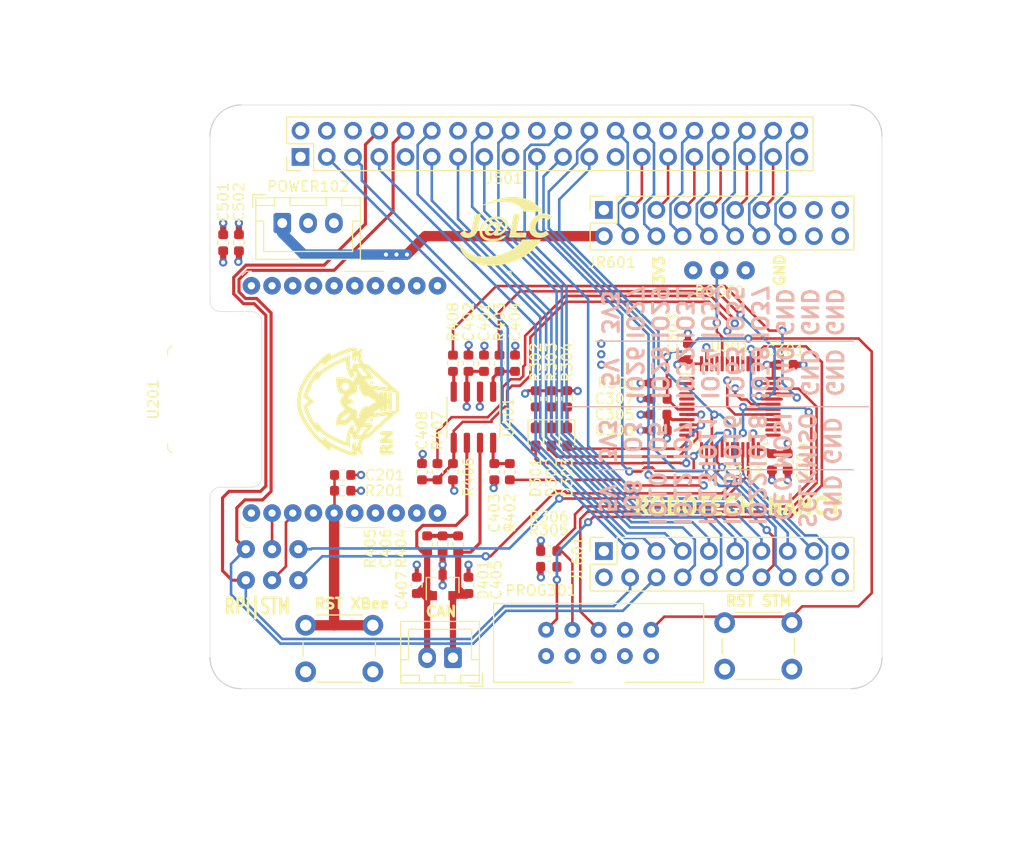
<source format=kicad_pcb>
(kicad_pcb (version 20171130) (host pcbnew "(5.1.5)-3")
  (layers (0 F.Cu signal) (1 In1.Cu power) (2 In2.Cu power) (31 B.Cu signal) (34 B.Paste user hide) (35 F.Paste user hide) (36 B.SilkS user hide) (37 F.SilkS user) (38 B.Mask user hide) (39 F.Mask user hide) (44 Edge.Cuts user))
  (net 0 "")
  (net 1 GND)
  (net 2 +3V3)
  (net 3 +5V)
  (net 4 CE0)
  (net 5 MISO)
  (net 6 MOSI)
  (net 7 TXD_TCAN337)
  (net 8 RXD_TCAN337)
  (net 9 UART_RX_STM)
  (net 10 UART_TX_Xbee)
  (net 11 UART_TX_STM)
  (net 12 UART_RX_Xbee)
  (net 13 /XBee/XBEE_RST)
  (net 14 /STM32/nRST)
  (net 15 /TCAN/CAN_SILENT_FILTERED)
  (net 16 /TCAN/CAN_TX_FILTERED)
  (net 17 /TCAN/CAN_P)
  (net 18 "Net-(C406-Pad1)")
  (net 19 /TCAN/CAN_N)
  (net 20 CAN_FAULT)
  (net 21 /STM32/LED1)
  (net 22 "Net-(D301-Pad1)")
  (net 23 /STM32/LED2)
  (net 24 "Net-(D302-Pad1)")
  (net 25 /STM32/LED3)
  (net 26 "Net-(D303-Pad1)")
  (net 27 P40)
  (net 28 P38)
  (net 29 P37)
  (net 30 P36)
  (net 31 P35)
  (net 32 P34)
  (net 33 P33)
  (net 34 P32)
  (net 35 P31)
  (net 36 P29)
  (net 37 P28)
  (net 38 P27)
  (net 39 P26)
  (net 40 P23)
  (net 41 P22)
  (net 42 P18)
  (net 43 P16)
  (net 44 P15)
  (net 45 P13)
  (net 46 P12)
  (net 47 P11)
  (net 48 P10)
  (net 49 P8)
  (net 50 P7)
  (net 51 P5)
  (net 52 P3)
  (net 53 "Net-(POWER102-Pad3)")
  (net 54 "Net-(PROG301-Pad8)")
  (net 55 "Net-(PROG301-Pad7)")
  (net 56 /STM32/SWO)
  (net 57 /STM32/SWCLK)
  (net 58 /STM32/SWDIO)
  (net 59 CAN_SILENT)
  (net 60 CAN_SHDN)
  (net 61 /TCAN/CAN_RX_DIRECT)
  (net 62 /STM32/BOOT)
  (net 63 "Net-(U201-Pad20)")
  (net 64 "Net-(U201-Pad19)")
  (net 65 "Net-(U201-Pad18)")
  (net 66 "Net-(U201-Pad17)")
  (net 67 "Net-(U201-Pad16)")
  (net 68 "Net-(U201-Pad15)")
  (net 69 "Net-(U201-Pad14)")
  (net 70 "Net-(U201-Pad13)")
  (net 71 "Net-(U201-Pad12)")
  (net 72 "Net-(U201-Pad11)")
  (net 73 "Net-(U201-Pad9)")
  (net 74 "Net-(U201-Pad8)")
  (net 75 "Net-(U201-Pad7)")
  (net 76 "Net-(U201-Pad6)")
  (net 77 "Net-(U201-Pad4)")
  (net 78 "Net-(U301-Pad46)")
  (net 79 "Net-(U301-Pad45)")
  (net 80 "Net-(U301-Pad43)")
  (net 81 "Net-(U301-Pad42)")
  (net 82 "Net-(U301-Pad41)")
  (net 83 "Net-(U301-Pad40)")
  (net 84 "Net-(U301-Pad39)")
  (net 85 "Net-(U301-Pad28)")
  (net 86 "Net-(U301-Pad27)")
  (net 87 "Net-(U301-Pad26)")
  (net 88 "Net-(U301-Pad25)")
  (net 89 "Net-(U301-Pad20)")
  (net 90 "Net-(U301-Pad19)")
  (net 91 "Net-(U301-Pad18)")
  (net 92 "Net-(U301-Pad13)")
  (net 93 "Net-(U301-Pad6)")
  (net 94 "Net-(U301-Pad5)")
  (net 95 "Net-(U301-Pad4)")
  (net 96 "Net-(U301-Pad3)")
  (net 97 "Net-(U301-Pad2)")
  (net 98 "Net-(U301-Pad1)")
  (module Logos:jlcpcb10x10 (layer F.Cu) (at 28.448 11.938)
    (fp_text reference G*** hide)
    (fp_text value LOGO hide)
  )
  (module Logos:logoRobotechNancy10x10 (layer F.Cu) (at 13.208 28.702 90)
    (fp_text reference G*** hide)
    (fp_text value LOGO hide)
  )
  (module Connecteurs:XBEE_PRO-20_THT (layer F.Cu) (at 13 28.5 90)
    (fp_text reference U201 (at 0 -18.49 90) (layer F.SilkS))
    (fp_text value XBee)
    (pad 20 thru_hole circle (at 11 -9 90) (size 1.7 1.7) (drill 0.7) (layers *.Cu *.Mask) (net 63 "Net-(U201-Pad20)"))
    (pad 19 thru_hole circle (at 11 -7 90) (size 1.7 1.7) (drill 0.7) (layers *.Cu *.Mask) (net 64 "Net-(U201-Pad19)"))
    (pad 18 thru_hole circle (at 11 -5 90) (size 1.7 1.7) (drill 0.7) (layers *.Cu *.Mask) (net 65 "Net-(U201-Pad18)"))
    (pad 17 thru_hole circle (at 11 -3 90) (size 1.7 1.7) (drill 0.7) (layers *.Cu *.Mask) (net 66 "Net-(U201-Pad17)"))
    (pad 16 thru_hole circle (at 11 -1 90) (size 1.7 1.7) (drill 0.7) (layers *.Cu *.Mask) (net 67 "Net-(U201-Pad16)"))
    (pad 15 thru_hole circle (at 11 1 90) (size 1.7 1.7) (drill 0.7) (layers *.Cu *.Mask) (net 68 "Net-(U201-Pad15)"))
    (pad 14 thru_hole circle (at 11 3 90) (size 1.7 1.7) (drill 0.7) (layers *.Cu *.Mask) (net 69 "Net-(U201-Pad14)"))
    (pad 13 thru_hole circle (at 11 5 90) (size 1.7 1.7) (drill 0.7) (layers *.Cu *.Mask) (net 70 "Net-(U201-Pad13)"))
    (pad 12 thru_hole circle (at 11 7 90) (size 1.7 1.7) (drill 0.7) (layers *.Cu *.Mask) (net 71 "Net-(U201-Pad12)"))
    (pad 11 thru_hole circle (at 11 9 90) (size 1.7 1.7) (drill 0.7) (layers *.Cu *.Mask) (net 72 "Net-(U201-Pad11)"))
    (pad 10 thru_hole circle (at -11 9 90) (size 1.7 1.7) (drill 0.7) (layers *.Cu *.Mask) (net 1 GND))
    (pad 9 thru_hole circle (at -11 7 90) (size 1.7 1.7) (drill 0.7) (layers *.Cu *.Mask) (net 73 "Net-(U201-Pad9)"))
    (pad 8 thru_hole circle (at -11 5 90) (size 1.7 1.7) (drill 0.7) (layers *.Cu *.Mask) (net 74 "Net-(U201-Pad8)"))
    (pad 7 thru_hole circle (at -11 3 90) (size 1.7 1.7) (drill 0.7) (layers *.Cu *.Mask) (net 75 "Net-(U201-Pad7)"))
    (pad 6 thru_hole circle (at -11 1 90) (size 1.7 1.7) (drill 0.7) (layers *.Cu *.Mask) (net 76 "Net-(U201-Pad6)"))
    (pad 5 thru_hole circle (at -11 -1 90) (size 1.7 1.7) (drill 0.7) (layers *.Cu *.Mask) (net 13 /XBee/XBEE_RST))
    (pad 4 thru_hole circle (at -11 -3 90) (size 1.7 1.7) (drill 0.7) (layers *.Cu *.Mask) (net 77 "Net-(U201-Pad4)"))
    (pad 3 thru_hole circle (at -11 -5 90) (size 1.7 1.7) (drill 0.7) (layers *.Cu *.Mask) (net 12 UART_RX_Xbee))
    (pad 2 thru_hole circle (at -11 -7 90) (size 1.7 1.7) (drill 0.7) (layers *.Cu *.Mask) (net 10 UART_TX_Xbee))
    (pad 1 thru_hole circle (at -11 -9 90) (size 1.7 1.7) (drill 0.7) (layers *.Cu *.Mask) (net 2 +3V3))
  )
  (module Connecteurs:SW_2P2T_2.54_01x03 (layer F.Cu) (at 49.276 16.002 90)
    (fp_text reference BOOT0 (at -2.032 0 180) (layer F.SilkS))
    (fp_text value SW_SPDT)
    (pad 3 thru_hole circle (at 0 2.54) (size 1.75 1.75) (drill 0.8) (layers *.Cu *.Mask) (net 1 GND))
    (pad 2 thru_hole circle (at 0 0) (size 1.75 1.75) (drill 0.8) (layers *.Cu *.Mask) (net 62 /STM32/BOOT))
    (pad 1 thru_hole circle (at 0 -2.54) (size 1.75 1.75) (drill 0.8) (layers *.Cu *.Mask) (net 2 +3V3))
  )
  (module Connecteurs:SW_2P2T_2.54_01x03 (layer F.Cu) (at 6 46 90)
    (fp_text reference SW202 hide)
    (fp_text value "SW 2P2T")
    (pad 3 thru_hole circle (at 0 2.54) (size 1.75 1.75) (drill 0.8) (layers *.Cu *.Mask) (net 11 UART_TX_STM))
    (pad 2 thru_hole circle (at 0 0) (size 1.75 1.75) (drill 0.8) (layers *.Cu *.Mask) (net 12 UART_RX_Xbee))
    (pad 1 thru_hole circle (at 0 -2.54) (size 1.75 1.75) (drill 0.8) (layers *.Cu *.Mask) (net 49 P8))
  )
  (module Connecteurs:SW_2P2T_2.54_01x03 (layer F.Cu) (at 6 43 90)
    (fp_text reference SW201 hide)
    (fp_text value "SW 2P2T")
    (pad 3 thru_hole circle (at 0 2.54) (size 1.75 1.75) (drill 0.8) (layers *.Cu *.Mask) (net 9 UART_RX_STM))
    (pad 2 thru_hole circle (at 0 0) (size 1.75 1.75) (drill 0.8) (layers *.Cu *.Mask) (net 10 UART_TX_Xbee))
    (pad 1 thru_hole circle (at 0 -2.54) (size 1.75 1.75) (drill 0.8) (layers *.Cu *.Mask) (net 48 P10))
  )
  (module Resistor_SMD:R_0603_1608Metric (layer F.Cu) (at 43.434 26.924)
    (fp_text reference R301 (at -4.064 0) (layer F.SilkS))
    (fp_text value 10k)
    (pad 2 smd roundrect (at 0.7875 0) (size 0.875 0.95) (layers F.Cu F.Paste F.Mask) (net 14 /STM32/nRST))
    (pad 1 smd roundrect (at -0.7875 0) (size 0.875 0.95) (layers F.Cu F.Paste F.Mask) (net 2 +3V3))
  )
  (module Resistor_SMD:R_0603_1608Metric (layer F.Cu) (at 12.827 37.338 180)
    (fp_text reference R201 (at -4.064 0) (layer F.SilkS))
    (fp_text value 10k)
    (pad 2 smd roundrect (at 0.7875 0 180) (size 0.875 0.95) (layers F.Cu F.Paste F.Mask) (net 13 /XBee/XBEE_RST))
    (pad 1 smd roundrect (at -0.7875 0 180) (size 0.875 0.95) (layers F.Cu F.Paste F.Mask) (net 2 +3V3))
  )
  (module Package_SO:SOIC-8_3.9x4.9mm_P1.27mm (layer F.Cu) (at 25.48 30.23 270)
    (fp_text reference U401 (at 0 -3.4 90) (layer F.SilkS))
    (fp_text value TCAN337)
    (pad 8 smd roundrect (at 2.475 -1.905 270) (size 1.95 0.6) (layers F.Cu F.Paste F.Mask) (net 15 /TCAN/CAN_SILENT_FILTERED))
    (pad 7 smd roundrect (at 2.475 -0.635 270) (size 1.95 0.6) (layers F.Cu F.Paste F.Mask) (net 17 /TCAN/CAN_P))
    (pad 6 smd roundrect (at 2.475 0.635 270) (size 1.95 0.6) (layers F.Cu F.Paste F.Mask) (net 19 /TCAN/CAN_N))
    (pad 5 smd roundrect (at 2.475 1.905 270) (size 1.95 0.6) (layers F.Cu F.Paste F.Mask) (net 20 CAN_FAULT))
    (pad 4 smd roundrect (at -2.475 1.905 270) (size 1.95 0.6) (layers F.Cu F.Paste F.Mask) (net 61 /TCAN/CAN_RX_DIRECT))
    (pad 3 smd roundrect (at -2.475 0.635 270) (size 1.95 0.6) (layers F.Cu F.Paste F.Mask) (net 2 +3V3))
    (pad 2 smd roundrect (at -2.475 -0.635 270) (size 1.95 0.6) (layers F.Cu F.Paste F.Mask) (net 1 GND))
    (pad 1 smd roundrect (at -2.475 -1.905 270) (size 1.95 0.6) (layers F.Cu F.Paste F.Mask) (net 16 /TCAN/CAN_TX_FILTERED))
  )
  (module Package_QFP:LQFP-48_7x7mm_P0.5mm (layer F.Cu) (at 50.292 29.21)
    (fp_text reference U301 (at 0 -5.85) (layer F.SilkS))
    (fp_text value STM32)
    (pad 48 smd roundrect (at -2.75 -4.1625) (size 0.3 1.475) (layers F.Cu F.Paste F.Mask) (net 2 +3V3))
    (pad 47 smd roundrect (at -2.25 -4.1625) (size 0.3 1.475) (layers F.Cu F.Paste F.Mask) (net 1 GND))
    (pad 46 smd roundrect (at -1.75 -4.1625) (size 0.3 1.475) (layers F.Cu F.Paste F.Mask) (net 78 "Net-(U301-Pad46)"))
    (pad 45 smd roundrect (at -1.25 -4.1625) (size 0.3 1.475) (layers F.Cu F.Paste F.Mask) (net 79 "Net-(U301-Pad45)"))
    (pad 44 smd roundrect (at -0.75 -4.1625) (size 0.3 1.475) (layers F.Cu F.Paste F.Mask) (net 62 /STM32/BOOT))
    (pad 43 smd roundrect (at -0.25 -4.1625) (size 0.3 1.475) (layers F.Cu F.Paste F.Mask) (net 80 "Net-(U301-Pad43)"))
    (pad 42 smd roundrect (at 0.25 -4.1625) (size 0.3 1.475) (layers F.Cu F.Paste F.Mask) (net 81 "Net-(U301-Pad42)"))
    (pad 41 smd roundrect (at 0.75 -4.1625) (size 0.3 1.475) (layers F.Cu F.Paste F.Mask) (net 82 "Net-(U301-Pad41)"))
    (pad 40 smd roundrect (at 1.25 -4.1625) (size 0.3 1.475) (layers F.Cu F.Paste F.Mask) (net 83 "Net-(U301-Pad40)"))
    (pad 39 smd roundrect (at 1.75 -4.1625) (size 0.3 1.475) (layers F.Cu F.Paste F.Mask) (net 84 "Net-(U301-Pad39)"))
    (pad 38 smd roundrect (at 2.25 -4.1625) (size 0.3 1.475) (layers F.Cu F.Paste F.Mask) (net 57 /STM32/SWCLK))
    (pad 37 smd roundrect (at 2.75 -4.1625) (size 0.3 1.475) (layers F.Cu F.Paste F.Mask) (net 58 /STM32/SWDIO))
    (pad 36 smd roundrect (at 4.1625 -2.75) (size 1.475 0.3) (layers F.Cu F.Paste F.Mask) (net 2 +3V3))
    (pad 35 smd roundrect (at 4.1625 -2.25) (size 1.475 0.3) (layers F.Cu F.Paste F.Mask) (net 1 GND))
    (pad 34 smd roundrect (at 4.1625 -1.75) (size 1.475 0.3) (layers F.Cu F.Paste F.Mask) (net 56 /STM32/SWO))
    (pad 33 smd roundrect (at 4.1625 -1.25) (size 1.475 0.3) (layers F.Cu F.Paste F.Mask) (net 8 RXD_TCAN337))
    (pad 32 smd roundrect (at 4.1625 -0.75) (size 1.475 0.3) (layers F.Cu F.Paste F.Mask) (net 7 TXD_TCAN337))
    (pad 31 smd roundrect (at 4.1625 -0.25) (size 1.475 0.3) (layers F.Cu F.Paste F.Mask) (net 60 CAN_SHDN))
    (pad 30 smd roundrect (at 4.1625 0.25) (size 1.475 0.3) (layers F.Cu F.Paste F.Mask) (net 59 CAN_SILENT))
    (pad 29 smd roundrect (at 4.1625 0.75) (size 1.475 0.3) (layers F.Cu F.Paste F.Mask) (net 20 CAN_FAULT))
    (pad 28 smd roundrect (at 4.1625 1.25) (size 1.475 0.3) (layers F.Cu F.Paste F.Mask) (net 85 "Net-(U301-Pad28)"))
    (pad 27 smd roundrect (at 4.1625 1.75) (size 1.475 0.3) (layers F.Cu F.Paste F.Mask) (net 86 "Net-(U301-Pad27)"))
    (pad 26 smd roundrect (at 4.1625 2.25) (size 1.475 0.3) (layers F.Cu F.Paste F.Mask) (net 87 "Net-(U301-Pad26)"))
    (pad 25 smd roundrect (at 4.1625 2.75) (size 1.475 0.3) (layers F.Cu F.Paste F.Mask) (net 88 "Net-(U301-Pad25)"))
    (pad 24 smd roundrect (at 2.75 4.1625) (size 0.3 1.475) (layers F.Cu F.Paste F.Mask) (net 2 +3V3))
    (pad 23 smd roundrect (at 2.25 4.1625) (size 0.3 1.475) (layers F.Cu F.Paste F.Mask) (net 1 GND))
    (pad 22 smd roundrect (at 1.75 4.1625) (size 0.3 1.475) (layers F.Cu F.Paste F.Mask) (net 9 UART_RX_STM))
    (pad 21 smd roundrect (at 1.25 4.1625) (size 0.3 1.475) (layers F.Cu F.Paste F.Mask) (net 11 UART_TX_STM))
    (pad 20 smd roundrect (at 0.75 4.1625) (size 0.3 1.475) (layers F.Cu F.Paste F.Mask) (net 89 "Net-(U301-Pad20)"))
    (pad 19 smd roundrect (at 0.25 4.1625) (size 0.3 1.475) (layers F.Cu F.Paste F.Mask) (net 90 "Net-(U301-Pad19)"))
    (pad 18 smd roundrect (at -0.25 4.1625) (size 0.3 1.475) (layers F.Cu F.Paste F.Mask) (net 91 "Net-(U301-Pad18)"))
    (pad 17 smd roundrect (at -0.75 4.1625) (size 0.3 1.475) (layers F.Cu F.Paste F.Mask) (net 6 MOSI))
    (pad 16 smd roundrect (at -1.25 4.1625) (size 0.3 1.475) (layers F.Cu F.Paste F.Mask) (net 5 MISO))
    (pad 15 smd roundrect (at -1.75 4.1625) (size 0.3 1.475) (layers F.Cu F.Paste F.Mask) (net 40 P23))
    (pad 14 smd roundrect (at -2.25 4.1625) (size 0.3 1.475) (layers F.Cu F.Paste F.Mask) (net 4 CE0))
    (pad 13 smd roundrect (at -2.75 4.1625) (size 0.3 1.475) (layers F.Cu F.Paste F.Mask) (net 92 "Net-(U301-Pad13)"))
    (pad 12 smd roundrect (at -4.1625 2.75) (size 1.475 0.3) (layers F.Cu F.Paste F.Mask) (net 25 /STM32/LED3))
    (pad 11 smd roundrect (at -4.1625 2.25) (size 1.475 0.3) (layers F.Cu F.Paste F.Mask) (net 23 /STM32/LED2))
    (pad 10 smd roundrect (at -4.1625 1.75) (size 1.475 0.3) (layers F.Cu F.Paste F.Mask) (net 21 /STM32/LED1))
    (pad 9 smd roundrect (at -4.1625 1.25) (size 1.475 0.3) (layers F.Cu F.Paste F.Mask) (net 2 +3V3))
    (pad 8 smd roundrect (at -4.1625 0.75) (size 1.475 0.3) (layers F.Cu F.Paste F.Mask) (net 1 GND))
    (pad 7 smd roundrect (at -4.1625 0.25) (size 1.475 0.3) (layers F.Cu F.Paste F.Mask) (net 14 /STM32/nRST))
    (pad 6 smd roundrect (at -4.1625 -0.25) (size 1.475 0.3) (layers F.Cu F.Paste F.Mask) (net 93 "Net-(U301-Pad6)"))
    (pad 5 smd roundrect (at -4.1625 -0.75) (size 1.475 0.3) (layers F.Cu F.Paste F.Mask) (net 94 "Net-(U301-Pad5)"))
    (pad 4 smd roundrect (at -4.1625 -1.25) (size 1.475 0.3) (layers F.Cu F.Paste F.Mask) (net 95 "Net-(U301-Pad4)"))
    (pad 3 smd roundrect (at -4.1625 -1.75) (size 1.475 0.3) (layers F.Cu F.Paste F.Mask) (net 96 "Net-(U301-Pad3)"))
    (pad 2 smd roundrect (at -4.1625 -2.25) (size 1.475 0.3) (layers F.Cu F.Paste F.Mask) (net 97 "Net-(U301-Pad2)"))
    (pad 1 smd roundrect (at -4.1625 -2.75) (size 1.475 0.3) (layers F.Cu F.Paste F.Mask) (net 98 "Net-(U301-Pad1)"))
  )
  (module Button_Switch_THT:SW_PUSH_6mm (layer F.Cu) (at 15.748 54.864 180)
    (fp_text reference RST_XB201 hide)
    (fp_text value "BTN 6x6")
    (pad 1 thru_hole circle (at 6.5 0 270) (size 2 2) (drill 1.1) (layers *.Cu *.Mask) (net 1 GND))
    (pad 2 thru_hole circle (at 6.5 4.5 270) (size 2 2) (drill 1.1) (layers *.Cu *.Mask) (net 13 /XBee/XBEE_RST))
    (pad 1 thru_hole circle (at 0 0 270) (size 2 2) (drill 1.1) (layers *.Cu *.Mask) (net 1 GND))
    (pad 2 thru_hole circle (at 0 4.5 270) (size 2 2) (drill 1.1) (layers *.Cu *.Mask) (net 13 /XBee/XBEE_RST))
  )
  (module Button_Switch_THT:SW_PUSH_6mm (layer F.Cu) (at 56.284 54.61 180)
    (fp_text reference RST_STM301 hide)
    (fp_text value "BTN 6x6")
    (pad 1 thru_hole circle (at 6.5 0 270) (size 2 2) (drill 1.1) (layers *.Cu *.Mask) (net 1 GND))
    (pad 2 thru_hole circle (at 6.5 4.5 270) (size 2 2) (drill 1.1) (layers *.Cu *.Mask) (net 14 /STM32/nRST))
    (pad 1 thru_hole circle (at 0 0 270) (size 2 2) (drill 1.1) (layers *.Cu *.Mask) (net 1 GND))
    (pad 2 thru_hole circle (at 0 4.5 270) (size 2 2) (drill 1.1) (layers *.Cu *.Mask) (net 14 /STM32/nRST))
  )
  (module Resistor_SMD:R_0603_1608Metric (layer F.Cu) (at 23.5 25 270)
    (fp_text reference R408 (at -4 0 90) (layer F.SilkS))
    (fp_text value 0R)
    (pad 2 smd roundrect (at 0.7875 0 270) (size 0.875 0.95) (layers F.Cu F.Paste F.Mask) (net 61 /TCAN/CAN_RX_DIRECT))
    (pad 1 smd roundrect (at -0.7875 0 270) (size 0.875 0.95) (layers F.Cu F.Paste F.Mask) (net 8 RXD_TCAN337))
  )
  (module Resistor_SMD:R_0603_1608Metric (layer F.Cu) (at 22 35.5 270)
    (fp_text reference R407 (at -4 0 90) (layer F.SilkS))
    (fp_text value 0R)
    (pad 2 smd roundrect (at 0.7875 0 270) (size 0.875 0.95) (layers F.Cu F.Paste F.Mask) (net 20 CAN_FAULT))
    (pad 1 smd roundrect (at -0.7875 0 270) (size 0.875 0.95) (layers F.Cu F.Paste F.Mask) (net 60 CAN_SHDN))
  )
  (module Resistor_SMD:R_0603_1608Metric (layer F.Cu) (at 23.5 35.5 90)
    (fp_text reference R406 (at -0.5 1.5 90) (layer F.SilkS))
    (fp_text value 10k)
    (pad 2 smd roundrect (at 0.7875 0 90) (size 0.875 0.95) (layers F.Cu F.Paste F.Mask) (net 20 CAN_FAULT))
    (pad 1 smd roundrect (at -0.7875 0 90) (size 0.875 0.95) (layers F.Cu F.Paste F.Mask) (net 2 +3V3))
  )
  (module Resistor_SMD:R_0603_1608Metric (layer F.Cu) (at 21 42.5 270)
    (fp_text reference R405 (at 0.426 5.506 90) (layer F.SilkS))
    (fp_text value 56)
    (pad 2 smd roundrect (at 0.7875 0 270) (size 0.875 0.95) (layers F.Cu F.Paste F.Mask) (net 19 /TCAN/CAN_N))
    (pad 1 smd roundrect (at -0.7875 0 270) (size 0.875 0.95) (layers F.Cu F.Paste F.Mask) (net 18 "Net-(C406-Pad1)"))
  )
  (module Resistor_SMD:R_0603_1608Metric (layer F.Cu) (at 24 42.5 90)
    (fp_text reference R404 (at -0.426 -5.5 90) (layer F.SilkS))
    (fp_text value 56)
    (pad 2 smd roundrect (at 0.7875 0 90) (size 0.875 0.95) (layers F.Cu F.Paste F.Mask) (net 18 "Net-(C406-Pad1)"))
    (pad 1 smd roundrect (at -0.7875 0 90) (size 0.875 0.95) (layers F.Cu F.Paste F.Mask) (net 17 /TCAN/CAN_P))
  )
  (module Resistor_SMD:R_0603_1608Metric (layer F.Cu) (at 28 25 90)
    (fp_text reference R403 (at 4 0 90) (layer F.SilkS))
    (fp_text value 0R)
    (pad 2 smd roundrect (at 0.7875 0 90) (size 0.875 0.95) (layers F.Cu F.Paste F.Mask) (net 7 TXD_TCAN337))
    (pad 1 smd roundrect (at -0.7875 0 90) (size 0.875 0.95) (layers F.Cu F.Paste F.Mask) (net 16 /TCAN/CAN_TX_FILTERED))
  )
  (module Resistor_SMD:R_0603_1608Metric (layer F.Cu) (at 29 35.5 270)
    (fp_text reference R402 (at 4 0 90) (layer F.SilkS))
    (fp_text value 1k)
    (pad 2 smd roundrect (at 0.7875 0 270) (size 0.875 0.95) (layers F.Cu F.Paste F.Mask) (net 59 CAN_SILENT))
    (pad 1 smd roundrect (at -0.7875 0 270) (size 0.875 0.95) (layers F.Cu F.Paste F.Mask) (net 15 /TCAN/CAN_SILENT_FILTERED))
  )
  (module Resistor_SMD:R_0603_1608Metric (layer F.Cu) (at 32.766 43.18 180)
    (fp_text reference R306 (at 0 3.302) (layer F.SilkS))
    (fp_text value 10k)
    (pad 2 smd roundrect (at 0.7875 0 180) (size 0.875 0.95) (layers F.Cu F.Paste F.Mask) (net 1 GND))
    (pad 1 smd roundrect (at -0.7875 0 180) (size 0.875 0.95) (layers F.Cu F.Paste F.Mask) (net 57 /STM32/SWCLK))
  )
  (module Resistor_SMD:R_0603_1608Metric (layer F.Cu) (at 32.766 44.704)
    (fp_text reference R305 (at 0 -3.556) (layer F.SilkS))
    (fp_text value 10k)
    (pad 2 smd roundrect (at 0.7875 0) (size 0.875 0.95) (layers F.Cu F.Paste F.Mask) (net 58 /STM32/SWDIO))
    (pad 1 smd roundrect (at -0.7875 0) (size 0.875 0.95) (layers F.Cu F.Paste F.Mask) (net 2 +3V3))
  )
  (module Resistor_SMD:R_0603_1608Metric (layer F.Cu) (at 34.544 28.448 270)
    (fp_text reference R304 (at -3.556 0 90) (layer F.SilkS))
    (fp_text value 220)
    (pad 2 smd roundrect (at 0.7875 0 270) (size 0.875 0.95) (layers F.Cu F.Paste F.Mask) (net 26 "Net-(D303-Pad1)"))
    (pad 1 smd roundrect (at -0.7875 0 270) (size 0.875 0.95) (layers F.Cu F.Paste F.Mask) (net 1 GND))
  )
  (module Resistor_SMD:R_0603_1608Metric (layer F.Cu) (at 33.02 28.448 270)
    (fp_text reference R303 (at -3.556 0 90) (layer F.SilkS))
    (fp_text value 220)
    (pad 2 smd roundrect (at 0.7875 0 270) (size 0.875 0.95) (layers F.Cu F.Paste F.Mask) (net 24 "Net-(D302-Pad1)"))
    (pad 1 smd roundrect (at -0.7875 0 270) (size 0.875 0.95) (layers F.Cu F.Paste F.Mask) (net 1 GND))
  )
  (module Resistor_SMD:R_0603_1608Metric (layer F.Cu) (at 31.496 28.448 270)
    (fp_text reference R302 (at -3.556 0 90) (layer F.SilkS))
    (fp_text value 220)
    (pad 2 smd roundrect (at 0.7875 0 270) (size 0.875 0.95) (layers F.Cu F.Paste F.Mask) (net 22 "Net-(D301-Pad1)"))
    (pad 1 smd roundrect (at -0.7875 0 270) (size 0.875 0.95) (layers F.Cu F.Paste F.Mask) (net 1 GND))
  )
  (module Connecteurs:JTAG10 (layer F.Cu) (at 32.512 53.34 90)
    (fp_text reference PROG301 (at 6.35 -0.508 180) (layer F.SilkS))
    (fp_text value JTAG)
    (pad 10 thru_hole circle (at 2.54 10.16 90) (size 1.524 1.524) (drill 0.762) (layers *.Cu *.Mask) (net 14 /STM32/nRST))
    (pad 9 thru_hole circle (at 0 10.16 90) (size 1.524 1.524) (drill 0.762) (layers *.Cu *.Mask) (net 1 GND))
    (pad 8 thru_hole circle (at 2.54 7.62 90) (size 1.524 1.524) (drill 0.762) (layers *.Cu *.Mask) (net 54 "Net-(PROG301-Pad8)"))
    (pad 7 thru_hole circle (at 0 7.62 90) (size 1.524 1.524) (drill 0.762) (layers *.Cu *.Mask) (net 55 "Net-(PROG301-Pad7)"))
    (pad 6 thru_hole circle (at 2.54 5.08 90) (size 1.524 1.524) (drill 0.762) (layers *.Cu *.Mask) (net 56 /STM32/SWO))
    (pad 5 thru_hole circle (at 0 5.08 90) (size 1.524 1.524) (drill 0.762) (layers *.Cu *.Mask) (net 1 GND))
    (pad 4 thru_hole circle (at 2.54 2.54 90) (size 1.524 1.524) (drill 0.762) (layers *.Cu *.Mask) (net 57 /STM32/SWCLK))
    (pad 3 thru_hole circle (at 0 2.54 90) (size 1.524 1.524) (drill 0.762) (layers *.Cu *.Mask) (net 1 GND))
    (pad 2 thru_hole circle (at 2.54 0 90) (size 1.524 1.524) (drill 0.762) (layers *.Cu *.Mask) (net 58 /STM32/SWDIO))
    (pad 1 thru_hole circle (at 0 0 90) (size 1.524 1.524) (drill 0.762) (layers *.Cu *.Mask) (net 2 +3V3))
  )
  (module Connector_JST:JST_XH_B3B-XH-A_1x03_P2.50mm_Vertical (layer F.Cu) (at 6.985 11.43)
    (fp_text reference POWER102 (at 2.5 -3.55) (layer F.SilkS))
    (fp_text value "Conn_01x03 JST")
    (pad 3 thru_hole oval (at 5 0) (size 1.7 1.95) (drill 0.95) (layers *.Cu *.Mask) (net 53 "Net-(POWER102-Pad3)"))
    (pad 2 thru_hole oval (at 2.5 0) (size 1.7 1.95) (drill 0.95) (layers *.Cu *.Mask) (net 1 GND))
    (pad 1 thru_hole roundrect (at 0 0) (size 1.7 1.95) (drill 0.95) (layers *.Cu *.Mask) (roundrect_rratio 0.147059) (net 3 +5V))
  )
  (module Connector_PinSocket_2.54mm:PinSocket_2x10_P2.54mm_Vertical (layer F.Cu) (at 38.1 10.16 90)
    (fp_text reference JR601 (at -5.08 0.762 180) (layer F.SilkS))
    (fp_text value "Conn_02x10 PS")
    (pad 20 thru_hole oval (at -2.54 22.86 90) (size 1.7 1.7) (drill 1) (layers *.Cu *.Mask) (net 1 GND))
    (pad 19 thru_hole oval (at 0 22.86 90) (size 1.7 1.7) (drill 1) (layers *.Cu *.Mask) (net 1 GND))
    (pad 18 thru_hole oval (at -2.54 20.32 90) (size 1.7 1.7) (drill 1) (layers *.Cu *.Mask) (net 1 GND))
    (pad 17 thru_hole oval (at 0 20.32 90) (size 1.7 1.7) (drill 1) (layers *.Cu *.Mask) (net 1 GND))
    (pad 16 thru_hole oval (at -2.54 17.78 90) (size 1.7 1.7) (drill 1) (layers *.Cu *.Mask) (net 27 P40))
    (pad 15 thru_hole oval (at 0 17.78 90) (size 1.7 1.7) (drill 1) (layers *.Cu *.Mask) (net 1 GND))
    (pad 14 thru_hole oval (at -2.54 15.24 90) (size 1.7 1.7) (drill 1) (layers *.Cu *.Mask) (net 28 P38))
    (pad 13 thru_hole oval (at 0 15.24 90) (size 1.7 1.7) (drill 1) (layers *.Cu *.Mask) (net 29 P37))
    (pad 12 thru_hole oval (at -2.54 12.7 90) (size 1.7 1.7) (drill 1) (layers *.Cu *.Mask) (net 30 P36))
    (pad 11 thru_hole oval (at 0 12.7 90) (size 1.7 1.7) (drill 1) (layers *.Cu *.Mask) (net 31 P35))
    (pad 10 thru_hole oval (at -2.54 10.16 90) (size 1.7 1.7) (drill 1) (layers *.Cu *.Mask) (net 32 P34))
    (pad 9 thru_hole oval (at 0 10.16 90) (size 1.7 1.7) (drill 1) (layers *.Cu *.Mask) (net 33 P33))
    (pad 8 thru_hole oval (at -2.54 7.62 90) (size 1.7 1.7) (drill 1) (layers *.Cu *.Mask) (net 34 P32))
    (pad 7 thru_hole oval (at 0 7.62 90) (size 1.7 1.7) (drill 1) (layers *.Cu *.Mask) (net 35 P31))
    (pad 6 thru_hole oval (at -2.54 5.08 90) (size 1.7 1.7) (drill 1) (layers *.Cu *.Mask) (net 37 P28))
    (pad 5 thru_hole oval (at 0 5.08 90) (size 1.7 1.7) (drill 1) (layers *.Cu *.Mask) (net 36 P29))
    (pad 4 thru_hole oval (at -2.54 2.54 90) (size 1.7 1.7) (drill 1) (layers *.Cu *.Mask) (net 39 P26))
    (pad 3 thru_hole oval (at 0 2.54 90) (size 1.7 1.7) (drill 1) (layers *.Cu *.Mask) (net 38 P27))
    (pad 2 thru_hole oval (at -2.54 0 90) (size 1.7 1.7) (drill 1) (layers *.Cu *.Mask) (net 3 +5V))
    (pad 1 thru_hole rect (at 0 0 90) (size 1.7 1.7) (drill 1) (layers *.Cu *.Mask) (net 2 +3V3))
  )
  (module Connector_PinSocket_2.54mm:PinSocket_2x10_P2.54mm_Vertical (layer F.Cu) (at 38.1 43.18 90)
    (fp_text reference JL601 (at -0.762 -2.54 90) (layer F.SilkS))
    (fp_text value "Conn_02x10 PS")
    (pad 20 thru_hole oval (at -2.54 22.86 90) (size 1.7 1.7) (drill 1) (layers *.Cu *.Mask) (net 1 GND))
    (pad 19 thru_hole oval (at 0 22.86 90) (size 1.7 1.7) (drill 1) (layers *.Cu *.Mask) (net 1 GND))
    (pad 18 thru_hole oval (at -2.54 20.32 90) (size 1.7 1.7) (drill 1) (layers *.Cu *.Mask) (net 40 P23))
    (pad 17 thru_hole oval (at 0 20.32 90) (size 1.7 1.7) (drill 1) (layers *.Cu *.Mask) (net 5 MISO))
    (pad 16 thru_hole oval (at -2.54 17.78 90) (size 1.7 1.7) (drill 1) (layers *.Cu *.Mask) (net 4 CE0))
    (pad 15 thru_hole oval (at 0 17.78 90) (size 1.7 1.7) (drill 1) (layers *.Cu *.Mask) (net 6 MOSI))
    (pad 14 thru_hole oval (at -2.54 15.24 90) (size 1.7 1.7) (drill 1) (layers *.Cu *.Mask) (net 41 P22))
    (pad 13 thru_hole oval (at 0 15.24 90) (size 1.7 1.7) (drill 1) (layers *.Cu *.Mask) (net 42 P18))
    (pad 12 thru_hole oval (at -2.54 12.7 90) (size 1.7 1.7) (drill 1) (layers *.Cu *.Mask) (net 44 P15))
    (pad 11 thru_hole oval (at 0 12.7 90) (size 1.7 1.7) (drill 1) (layers *.Cu *.Mask) (net 43 P16))
    (pad 10 thru_hole oval (at -2.54 10.16 90) (size 1.7 1.7) (drill 1) (layers *.Cu *.Mask) (net 45 P13))
    (pad 9 thru_hole oval (at 0 10.16 90) (size 1.7 1.7) (drill 1) (layers *.Cu *.Mask) (net 47 P11))
    (pad 8 thru_hole oval (at -2.54 7.62 90) (size 1.7 1.7) (drill 1) (layers *.Cu *.Mask) (net 46 P12))
    (pad 7 thru_hole oval (at 0 7.62 90) (size 1.7 1.7) (drill 1) (layers *.Cu *.Mask) (net 50 P7))
    (pad 6 thru_hole oval (at -2.54 5.08 90) (size 1.7 1.7) (drill 1) (layers *.Cu *.Mask) (net 48 P10))
    (pad 5 thru_hole oval (at 0 5.08 90) (size 1.7 1.7) (drill 1) (layers *.Cu *.Mask) (net 51 P5))
    (pad 4 thru_hole oval (at -2.54 2.54 90) (size 1.7 1.7) (drill 1) (layers *.Cu *.Mask) (net 49 P8))
    (pad 3 thru_hole oval (at 0 2.54 90) (size 1.7 1.7) (drill 1) (layers *.Cu *.Mask) (net 52 P3))
    (pad 2 thru_hole oval (at -2.54 0 90) (size 1.7 1.7) (drill 1) (layers *.Cu *.Mask) (net 3 +5V))
    (pad 1 thru_hole rect (at 0 0 90) (size 1.7 1.7) (drill 1) (layers *.Cu *.Mask) (net 2 +3V3))
  )
  (module Connector_PinHeader_2.54mm:PinHeader_2x20_P2.54mm_Vertical (layer F.Cu) (at 8.75 5.03 90)
    (fp_text reference J501 (at -2.082 19.698) (layer F.SilkS))
    (fp_text value "Conn_02x20 PS")
    (pad 40 thru_hole oval (at 2.54 48.26 90) (size 1.7 1.7) (drill 1) (layers *.Cu *.Mask) (net 27 P40))
    (pad 39 thru_hole oval (at 0 48.26 90) (size 1.7 1.7) (drill 1) (layers *.Cu *.Mask) (net 1 GND))
    (pad 38 thru_hole oval (at 2.54 45.72 90) (size 1.7 1.7) (drill 1) (layers *.Cu *.Mask) (net 28 P38))
    (pad 37 thru_hole oval (at 0 45.72 90) (size 1.7 1.7) (drill 1) (layers *.Cu *.Mask) (net 29 P37))
    (pad 36 thru_hole oval (at 2.54 43.18 90) (size 1.7 1.7) (drill 1) (layers *.Cu *.Mask) (net 30 P36))
    (pad 35 thru_hole oval (at 0 43.18 90) (size 1.7 1.7) (drill 1) (layers *.Cu *.Mask) (net 31 P35))
    (pad 34 thru_hole oval (at 2.54 40.64 90) (size 1.7 1.7) (drill 1) (layers *.Cu *.Mask) (net 32 P34))
    (pad 33 thru_hole oval (at 0 40.64 90) (size 1.7 1.7) (drill 1) (layers *.Cu *.Mask) (net 33 P33))
    (pad 32 thru_hole oval (at 2.54 38.1 90) (size 1.7 1.7) (drill 1) (layers *.Cu *.Mask) (net 34 P32))
    (pad 31 thru_hole oval (at 0 38.1 90) (size 1.7 1.7) (drill 1) (layers *.Cu *.Mask) (net 35 P31))
    (pad 30 thru_hole oval (at 2.54 35.56 90) (size 1.7 1.7) (drill 1) (layers *.Cu *.Mask) (net 1 GND))
    (pad 29 thru_hole oval (at 0 35.56 90) (size 1.7 1.7) (drill 1) (layers *.Cu *.Mask) (net 36 P29))
    (pad 28 thru_hole oval (at 2.54 33.02 90) (size 1.7 1.7) (drill 1) (layers *.Cu *.Mask) (net 37 P28))
    (pad 27 thru_hole oval (at 0 33.02 90) (size 1.7 1.7) (drill 1) (layers *.Cu *.Mask) (net 38 P27))
    (pad 26 thru_hole oval (at 2.54 30.48 90) (size 1.7 1.7) (drill 1) (layers *.Cu *.Mask) (net 39 P26))
    (pad 25 thru_hole oval (at 0 30.48 90) (size 1.7 1.7) (drill 1) (layers *.Cu *.Mask) (net 1 GND))
    (pad 24 thru_hole oval (at 2.54 27.94 90) (size 1.7 1.7) (drill 1) (layers *.Cu *.Mask) (net 4 CE0))
    (pad 23 thru_hole oval (at 0 27.94 90) (size 1.7 1.7) (drill 1) (layers *.Cu *.Mask) (net 40 P23))
    (pad 22 thru_hole oval (at 2.54 25.4 90) (size 1.7 1.7) (drill 1) (layers *.Cu *.Mask) (net 41 P22))
    (pad 21 thru_hole oval (at 0 25.4 90) (size 1.7 1.7) (drill 1) (layers *.Cu *.Mask) (net 5 MISO))
    (pad 20 thru_hole oval (at 2.54 22.86 90) (size 1.7 1.7) (drill 1) (layers *.Cu *.Mask) (net 1 GND))
    (pad 19 thru_hole oval (at 0 22.86 90) (size 1.7 1.7) (drill 1) (layers *.Cu *.Mask) (net 6 MOSI))
    (pad 18 thru_hole oval (at 2.54 20.32 90) (size 1.7 1.7) (drill 1) (layers *.Cu *.Mask) (net 42 P18))
    (pad 17 thru_hole oval (at 0 20.32 90) (size 1.7 1.7) (drill 1) (layers *.Cu *.Mask) (net 2 +3V3))
    (pad 16 thru_hole oval (at 2.54 17.78 90) (size 1.7 1.7) (drill 1) (layers *.Cu *.Mask) (net 43 P16))
    (pad 15 thru_hole oval (at 0 17.78 90) (size 1.7 1.7) (drill 1) (layers *.Cu *.Mask) (net 44 P15))
    (pad 14 thru_hole oval (at 2.54 15.24 90) (size 1.7 1.7) (drill 1) (layers *.Cu *.Mask) (net 1 GND))
    (pad 13 thru_hole oval (at 0 15.24 90) (size 1.7 1.7) (drill 1) (layers *.Cu *.Mask) (net 45 P13))
    (pad 12 thru_hole oval (at 2.54 12.7 90) (size 1.7 1.7) (drill 1) (layers *.Cu *.Mask) (net 46 P12))
    (pad 11 thru_hole oval (at 0 12.7 90) (size 1.7 1.7) (drill 1) (layers *.Cu *.Mask) (net 47 P11))
    (pad 10 thru_hole oval (at 2.54 10.16 90) (size 1.7 1.7) (drill 1) (layers *.Cu *.Mask) (net 48 P10))
    (pad 9 thru_hole oval (at 0 10.16 90) (size 1.7 1.7) (drill 1) (layers *.Cu *.Mask) (net 1 GND))
    (pad 8 thru_hole oval (at 2.54 7.62 90) (size 1.7 1.7) (drill 1) (layers *.Cu *.Mask) (net 49 P8))
    (pad 7 thru_hole oval (at 0 7.62 90) (size 1.7 1.7) (drill 1) (layers *.Cu *.Mask) (net 50 P7))
    (pad 6 thru_hole oval (at 2.54 5.08 90) (size 1.7 1.7) (drill 1) (layers *.Cu *.Mask) (net 1 GND))
    (pad 5 thru_hole oval (at 0 5.08 90) (size 1.7 1.7) (drill 1) (layers *.Cu *.Mask) (net 51 P5))
    (pad 4 thru_hole oval (at 2.54 2.54 90) (size 1.7 1.7) (drill 1) (layers *.Cu *.Mask) (net 3 +5V))
    (pad 3 thru_hole oval (at 0 2.54 90) (size 1.7 1.7) (drill 1) (layers *.Cu *.Mask) (net 52 P3))
    (pad 2 thru_hole oval (at 2.54 0 90) (size 1.7 1.7) (drill 1) (layers *.Cu *.Mask) (net 3 +5V))
    (pad 1 thru_hole rect (at 0 0 90) (size 1.7 1.7) (drill 1) (layers *.Cu *.Mask) (net 2 +3V3))
  )
  (module Connector_JST:JST_XH_B2B-XH-A_1x02_P2.50mm_Vertical (layer F.Cu) (at 23.5 53.5 180)
    (fp_text reference J401 hide)
    (fp_text value "Conn_01x02 JST")
    (pad 2 thru_hole oval (at 2.5 0 180) (size 1.7 2) (drill 1) (layers *.Cu *.Mask) (net 19 /TCAN/CAN_N))
    (pad 1 thru_hole roundrect (at 0 0 180) (size 1.7 2) (drill 1) (layers *.Cu *.Mask) (roundrect_rratio 0.147059) (net 17 /TCAN/CAN_P))
  )
  (module Package_TO_SOT_SMD:SOT-23 (layer F.Cu) (at 22.5 46.5 90)
    (fp_text reference D401 (at 0.526 3.916 90) (layer F.SilkS))
    (fp_text value D_Zener_x2_ACom_KKA)
    (pad 3 smd rect (at 1 0 90) (size 0.9 0.8) (layers F.Cu F.Paste F.Mask) (net 1 GND))
    (pad 2 smd rect (at -1 0.95 90) (size 0.9 0.8) (layers F.Cu F.Paste F.Mask) (net 17 /TCAN/CAN_P))
    (pad 1 smd rect (at -1 -0.95 90) (size 0.9 0.8) (layers F.Cu F.Paste F.Mask) (net 19 /TCAN/CAN_N))
  )
  (module LED_SMD:LED_0603_1608Metric_Pad1.05x0.95mm_HandSolder (layer F.Cu) (at 34.544 32.131 270)
    (fp_text reference D303 (at 3.937 0 90) (layer F.SilkS))
    (fp_text value LED)
    (pad 2 smd roundrect (at 0.875 0 270) (size 1.05 0.95) (layers F.Cu F.Paste F.Mask) (net 25 /STM32/LED3))
    (pad 1 smd roundrect (at -0.875 0 270) (size 1.05 0.95) (layers F.Cu F.Paste F.Mask) (net 26 "Net-(D303-Pad1)"))
  )
  (module LED_SMD:LED_0603_1608Metric_Pad1.05x0.95mm_HandSolder (layer F.Cu) (at 33.02 32.131 270)
    (fp_text reference D302 (at 3.937 0 90) (layer F.SilkS))
    (fp_text value LED)
    (pad 2 smd roundrect (at 0.875 0 270) (size 1.05 0.95) (layers F.Cu F.Paste F.Mask) (net 23 /STM32/LED2))
    (pad 1 smd roundrect (at -0.875 0 270) (size 1.05 0.95) (layers F.Cu F.Paste F.Mask) (net 24 "Net-(D302-Pad1)"))
  )
  (module LED_SMD:LED_0603_1608Metric_Pad1.05x0.95mm_HandSolder (layer F.Cu) (at 31.496 32.131 270)
    (fp_text reference D301 (at 3.937 0 90) (layer F.SilkS))
    (fp_text value LED)
    (pad 2 smd roundrect (at 0.875 0 270) (size 1.05 0.95) (layers F.Cu F.Paste F.Mask) (net 21 /STM32/LED1))
    (pad 1 smd roundrect (at -0.875 0 270) (size 1.05 0.95) (layers F.Cu F.Paste F.Mask) (net 22 "Net-(D301-Pad1)"))
  )
  (module Capacitor_SMD:C_0603_1608Metric (layer F.Cu) (at 2.794 13.335 270)
    (fp_text reference C502 (at -3.937 0 90) (layer F.SilkS))
    (fp_text value 10u)
    (pad 2 smd roundrect (at 0.7875 0 270) (size 0.875 0.95) (layers F.Cu F.Paste F.Mask) (net 1 GND))
    (pad 1 smd roundrect (at -0.7875 0 270) (size 0.875 0.95) (layers F.Cu F.Paste F.Mask) (net 3 +5V))
  )
  (module Capacitor_SMD:C_0603_1608Metric (layer F.Cu) (at 1.27 13.335 270)
    (fp_text reference C501 (at -3.937 0 90) (layer F.SilkS))
    (fp_text value 100n)
    (pad 2 smd roundrect (at 0.7875 0 270) (size 0.875 0.95) (layers F.Cu F.Paste F.Mask) (net 1 GND))
    (pad 1 smd roundrect (at -0.7875 0 270) (size 0.875 0.95) (layers F.Cu F.Paste F.Mask) (net 3 +5V))
  )
  (module Capacitor_SMD:C_0603_1608Metric (layer F.Cu) (at 20.5 35.5 90)
    (fp_text reference C408 (at 4 0 90) (layer F.SilkS))
    (fp_text value 10n)
    (pad 2 smd roundrect (at 0.7875 0 90) (size 0.875 0.95) (layers F.Cu F.Paste F.Mask) (net 1 GND))
    (pad 1 smd roundrect (at -0.7875 0 90) (size 0.875 0.95) (layers F.Cu F.Paste F.Mask) (net 20 CAN_FAULT))
  )
  (module Capacitor_SMD:C_0603_1608Metric (layer F.Cu) (at 20 46.5 270)
    (fp_text reference C407 (at 0.49 1.458 90) (layer F.SilkS))
    (fp_text value 10n)
    (pad 2 smd roundrect (at 0.7875 0 270) (size 0.875 0.95) (layers F.Cu F.Paste F.Mask) (net 19 /TCAN/CAN_N))
    (pad 1 smd roundrect (at -0.7875 0 270) (size 0.875 0.95) (layers F.Cu F.Paste F.Mask) (net 1 GND))
  )
  (module Capacitor_SMD:C_0603_1608Metric (layer F.Cu) (at 22.5 42.5 270)
    (fp_text reference C406 (at 0.426 5.5 90) (layer F.SilkS))
    (fp_text value 10n)
    (pad 2 smd roundrect (at 0.7875 0 270) (size 0.875 0.95) (layers F.Cu F.Paste F.Mask) (net 1 GND))
    (pad 1 smd roundrect (at -0.7875 0 270) (size 0.875 0.95) (layers F.Cu F.Paste F.Mask) (net 18 "Net-(C406-Pad1)"))
  )
  (module Capacitor_SMD:C_0603_1608Metric (layer F.Cu) (at 25 46.5 90)
    (fp_text reference C405 (at 0.526 2.686 90) (layer F.SilkS))
    (fp_text value 10n)
    (pad 2 smd roundrect (at 0.7875 0 90) (size 0.875 0.95) (layers F.Cu F.Paste F.Mask) (net 1 GND))
    (pad 1 smd roundrect (at -0.7875 0 90) (size 0.875 0.95) (layers F.Cu F.Paste F.Mask) (net 17 /TCAN/CAN_P))
  )
  (module Capacitor_SMD:C_0603_1608Metric (layer F.Cu) (at 29.5 25 90)
    (fp_text reference C404 (at 4 0 90) (layer F.SilkS))
    (fp_text value 10n)
    (pad 2 smd roundrect (at 0.7875 0 90) (size 0.875 0.95) (layers F.Cu F.Paste F.Mask) (net 1 GND))
    (pad 1 smd roundrect (at -0.7875 0 90) (size 0.875 0.95) (layers F.Cu F.Paste F.Mask) (net 16 /TCAN/CAN_TX_FILTERED))
  )
  (module Capacitor_SMD:C_0603_1608Metric (layer F.Cu) (at 27.5 35.5 270)
    (fp_text reference C403 (at 4 0 90) (layer F.SilkS))
    (fp_text value 10n)
    (pad 2 smd roundrect (at 0.7875 0 270) (size 0.875 0.95) (layers F.Cu F.Paste F.Mask) (net 1 GND))
    (pad 1 smd roundrect (at -0.7875 0 270) (size 0.875 0.95) (layers F.Cu F.Paste F.Mask) (net 15 /TCAN/CAN_SILENT_FILTERED))
  )
  (module Capacitor_SMD:C_0603_1608Metric (layer F.Cu) (at 25 25 90)
    (fp_text reference C402 (at 4 0 90) (layer F.SilkS))
    (fp_text value 10u)
    (pad 2 smd roundrect (at 0.7875 0 90) (size 0.875 0.95) (layers F.Cu F.Paste F.Mask) (net 1 GND))
    (pad 1 smd roundrect (at -0.7875 0 90) (size 0.875 0.95) (layers F.Cu F.Paste F.Mask) (net 2 +3V3))
  )
  (module Capacitor_SMD:C_0603_1608Metric (layer F.Cu) (at 26.5 25 90)
    (fp_text reference C401 (at 4 0 90) (layer F.SilkS))
    (fp_text value 100n)
    (pad 2 smd roundrect (at 0.7875 0 90) (size 0.875 0.95) (layers F.Cu F.Paste F.Mask) (net 1 GND))
    (pad 1 smd roundrect (at -0.7875 0 90) (size 0.875 0.95) (layers F.Cu F.Paste F.Mask) (net 2 +3V3))
  )
  (module Capacitor_SMD:C_0603_1608Metric (layer F.Cu) (at 43.434 28.448 180)
    (fp_text reference C307 (at 4.318 0) (layer F.SilkS))
    (fp_text value 100n)
    (pad 2 smd roundrect (at 0.7875 0 180) (size 0.875 0.95) (layers F.Cu F.Paste F.Mask) (net 1 GND))
    (pad 1 smd roundrect (at -0.7875 0 180) (size 0.875 0.95) (layers F.Cu F.Paste F.Mask) (net 14 /STM32/nRST))
  )
  (module Capacitor_SMD:C_0603_1608Metric (layer F.Cu) (at 43.434 31.496 180)
    (fp_text reference C306 (at 4.318 0) (layer F.SilkS))
    (fp_text value 1u)
    (pad 2 smd roundrect (at 0.7875 0 180) (size 0.875 0.95) (layers F.Cu F.Paste F.Mask) (net 1 GND))
    (pad 1 smd roundrect (at -0.7875 0 180) (size 0.875 0.95) (layers F.Cu F.Paste F.Mask) (net 2 +3V3))
  )
  (module Capacitor_SMD:C_0603_1608Metric (layer F.Cu) (at 43.4085 29.972 180)
    (fp_text reference C305 (at 4.2925 0) (layer F.SilkS))
    (fp_text value 10n)
    (pad 2 smd roundrect (at 0.7875 0 180) (size 0.875 0.95) (layers F.Cu F.Paste F.Mask) (net 1 GND))
    (pad 1 smd roundrect (at -0.7875 0 180) (size 0.875 0.95) (layers F.Cu F.Paste F.Mask) (net 2 +3V3))
  )
  (module Capacitor_SMD:C_0603_1608Metric (layer F.Cu) (at 55.88 34.544 270)
    (fp_text reference C304 (at 0 -1.43 90) (layer F.SilkS))
    (fp_text value 10u)
    (pad 2 smd roundrect (at 0.7875 0 270) (size 0.875 0.95) (layers F.Cu F.Paste F.Mask) (net 1 GND))
    (pad 1 smd roundrect (at -0.7875 0 270) (size 0.875 0.95) (layers F.Cu F.Paste F.Mask) (net 2 +3V3))
  )
  (module Capacitor_SMD:C_0603_1608Metric (layer F.Cu) (at 46.228 23.876 90)
    (fp_text reference C303 (at 1.778 -1.43 90) (layer F.SilkS))
    (fp_text value 100n)
    (pad 2 smd roundrect (at 0.7875 0 90) (size 0.875 0.95) (layers F.Cu F.Paste F.Mask) (net 1 GND))
    (pad 1 smd roundrect (at -0.7875 0 90) (size 0.875 0.95) (layers F.Cu F.Paste F.Mask) (net 2 +3V3))
  )
  (module Capacitor_SMD:C_0603_1608Metric (layer F.Cu) (at 54.356 34.544 270)
    (fp_text reference C302 (at 1.016 2.794 180) (layer F.SilkS))
    (fp_text value 100n)
    (pad 2 smd roundrect (at 0.7875 0 270) (size 0.875 0.95) (layers F.Cu F.Paste F.Mask) (net 1 GND))
    (pad 1 smd roundrect (at -0.7875 0 270) (size 0.875 0.95) (layers F.Cu F.Paste F.Mask) (net 2 +3V3))
  )
  (module Capacitor_SMD:C_0603_1608Metric (layer F.Cu) (at 55.626 25.146)
    (fp_text reference C301 (at 0 -1.43) (layer F.SilkS))
    (fp_text value 100n)
    (pad 2 smd roundrect (at 0.7875 0) (size 0.875 0.95) (layers F.Cu F.Paste F.Mask) (net 1 GND))
    (pad 1 smd roundrect (at -0.7875 0) (size 0.875 0.95) (layers F.Cu F.Paste F.Mask) (net 2 +3V3))
  )
  (module Capacitor_SMD:C_0603_1608Metric (layer F.Cu) (at 12.827 35.814)
    (fp_text reference C201 (at 4.064 0) (layer F.SilkS))
    (fp_text value 100n)
    (pad 2 smd roundrect (at 0.7875 0) (size 0.875 0.95) (layers F.Cu F.Paste F.Mask) (net 1 GND))
    (pad 1 smd roundrect (at -0.7875 0) (size 0.875 0.95) (layers F.Cu F.Paste F.Mask) (net 13 /XBee/XBEE_RST))
  )
  (module MountingHole:MountingHole_3.2mm_M3_ISO7380 (layer F.Cu) (at 62 4)
    (fp_text reference REF** hide)
    (fp_text value MountingHole_3.2mm_M3_ISO7380)
    (pad 1 np_thru_hole circle (at 0 0) (size 3.2 3.2) (drill 3.2) (layers *.Cu *.Mask))
  )
  (module MountingHole:MountingHole_3.2mm_M3_ISO7380 (layer F.Cu) (at 3.5 4)
    (fp_text reference REF** hide)
    (fp_text value MountingHole_3.2mm_M3_ISO7380)
    (pad 1 np_thru_hole circle (at 0 0) (size 3.2 3.2) (drill 3.2) (layers *.Cu *.Mask))
  )
  (module MountingHole:MountingHole_3.2mm_M3_ISO7380 (layer F.Cu) (at 3.5 53)
    (fp_text reference REF** hide)
    (fp_text value MountingHole_3.2mm_M3_ISO7380)
    (pad 1 np_thru_hole circle (at 0 0) (size 3.2 3.2) (drill 3.2) (layers *.Cu *.Mask))
  )
  (module MountingHole:MountingHole_3.2mm_M3_ISO7380 (layer F.Cu) (at 61.5 53)
    (fp_text reference REF** hide)
    (fp_text value MountingHole_3.2mm_M3_ISO7380)
    (pad 1 np_thru_hole circle (at 0 0) (size 3.2 3.2) (drill 3.2) (layers *.Cu *.Mask))
  )
  (gr_text CAN (at 22.352 49.022) (layer F.SilkS) (effects (font (size 1 1) (thickness 0.25))))
  (gr_text "RST STM" (at 53.086 48.006) (layer F.SilkS) (effects (font (size 1 1) (thickness 0.25))))
  (gr_line (start 62.23 35.306) (end 37.338 35.306) (layer B.SilkS) (width 0.12))
  (gr_text "GND\nSCLK\nCE0\nIO22\nIO15\nIO13\nIO12\nIO10\nIO8\n5V" (at 49.276 38.1 270) (layer B.SilkS) (effects (font (size 1.5 1.5) (thickness 0.3)) (justify mirror)))
  (gr_text "GND\nMISO\nMOSI\nIO18\nIO16\nIO11\nIO7\nIO5\nIO3\n3V3" (at 49.276 32.512 270) (layer B.SilkS) (effects (font (size 1.5 1.5) (thickness 0.3)) (justify mirror)))
  (gr_line (start 63.754 29.21) (end 34.544 29.21) (layer B.SilkS) (width 0.12))
  (gr_line (start 62.23 22.86) (end 37.338 22.86) (layer B.SilkS) (width 0.12))
  (gr_text "GND\nGND\nIO40\nIO38\nIO63\nIO34\nIO32\nIO28\nIO26\n5V" (at 49.53 25.908 270) (layer B.SilkS) (effects (font (size 1.5 1.5) (thickness 0.3)) (justify mirror)))
  (gr_text "GND\nGND\nGND\nIO37\nIO35\nIO33\nIO31\nIO29\nIO27\n3V3" (at 49.53 20.066 270) (layer B.SilkS) (effects (font (size 1.5 1.5) (thickness 0.3)) (justify mirror)))
  (gr_text "ROBOTECH NANCY" (at 51.054 38.862) (layer F.SilkS) (effects (font (size 1.5 1.5) (thickness 0.375))))
  (gr_text GND (at 55.118 16.002 90) (layer F.SilkS) (effects (font (size 1 1) (thickness 0.25))))
  (gr_text 3V3 (at 43.434 16.002 90) (layer F.SilkS) (effects (font (size 1 1) (thickness 0.25))))
  (gr_text "RST XBee" (at 13.716 48.26) (layer F.SilkS) (effects (font (size 1 1) (thickness 0.25))))
  (gr_text RPi|STM (at 4.572 48.514) (layer F.SilkS) (effects (font (size 1.5 1) (thickness 0.25))))
  (gr_line (start 3 56.5) (end 62 56.5) (layer Edge.Cuts) (width 0.05))
  (gr_arc (start 62 53.5) (end 62 56.5) (angle -90) (layer Edge.Cuts) (width 0.12))
  (gr_line (start 65 53.5) (end 65 3) (layer Edge.Cuts) (width 0.05))
  (gr_arc (start 3 53.5) (end 0 53.5) (angle -90) (layer Edge.Cuts) (width 0.12))
  (gr_arc (start 62 3) (end 65 3) (angle -90) (layer Edge.Cuts) (width 0.12))
  (gr_arc (start 3 3) (end 3 0) (angle -90) (layer Edge.Cuts) (width 0.12))
  (gr_line (start 62 0) (end 3 0) (layer Edge.Cuts) (width 0.05))
  (gr_line (start 0 18.5) (end 0 19) (layer Edge.Cuts) (width 0.05))
  (gr_line (start 4 20) (end 1 20) (layer Edge.Cuts) (width 0.05))
  (gr_arc (start 4 36) (end 4 37) (angle -90) (layer Edge.Cuts) (width 0.05))
  (gr_line (start 0 3) (end 0 18.5) (layer Edge.Cuts) (width 0.05))
  (gr_line (start 1 37) (end 4 37) (layer Edge.Cuts) (width 0.05))
  (gr_arc (start 1 38) (end 1 37) (angle -90) (layer Edge.Cuts) (width 0.05))
  (gr_arc (start 1 19) (end 0 19) (angle -90) (layer Edge.Cuts) (width 0.05))
  (gr_line (start 5 36) (end 5 21) (layer Edge.Cuts) (width 0.05))
  (gr_line (start 0 53.5) (end 0 38) (layer Edge.Cuts) (width 0.05))
  (gr_arc (start 4 21) (end 5 21) (angle -90) (layer Edge.Cuts) (width 0.05))
  (via (at 14.605 35.814) (size 0.8) (drill 0.4) (layers F.Cu B.Cu) (net 1))
  (segment (start 13.6145 35.814) (end 14.605 35.814) (width 0.25) (layer F.Cu) (net 1))
  (via (at 1.27 15.24) (size 0.8) (drill 0.4) (layers F.Cu B.Cu) (net 1))
  (segment (start 1.27 14.1225) (end 1.27 15.24) (width 0.6) (layer F.Cu) (net 1))
  (segment (start 22.5 43.2875) (end 22.5 44.5) (width 0.6) (layer F.Cu) (net 1))
  (segment (start 22.5 44.5) (end 22.5 45.5) (width 0.6) (layer F.Cu) (net 1))
  (via (at 22.5 44.5) (size 0.8) (drill 0.4) (layers F.Cu B.Cu) (net 1))
  (via (at 22.5 46.5) (size 0.8) (drill 0.4) (layers F.Cu B.Cu) (net 1))
  (segment (start 22.5 45.5) (end 22.5 46.5) (width 0.4) (layer F.Cu) (net 1))
  (via (at 25 44.5) (size 0.8) (drill 0.4) (layers F.Cu B.Cu) (net 1))
  (segment (start 25 45.7125) (end 25 44.5) (width 0.4) (layer F.Cu) (net 1))
  (via (at 20 44.5) (size 0.8) (drill 0.4) (layers F.Cu B.Cu) (net 1))
  (segment (start 20 45.7125) (end 20 44.5) (width 0.4) (layer F.Cu) (net 1))
  (via (at 20.574 33.782) (size 0.8) (drill 0.4) (layers F.Cu B.Cu) (net 1))
  (segment (start 20.5 34.7125) (end 20.5 33.856) (width 0.3) (layer F.Cu) (net 1))
  (segment (start 20.5 33.856) (end 20.574 33.782) (width 0.3) (layer F.Cu) (net 1))
  (via (at 26.0985 29.21) (size 0.8) (drill 0.4) (layers F.Cu B.Cu) (net 1))
  (segment (start 26.115 27.755) (end 26.115 29.1935) (width 0.3) (layer F.Cu) (net 1))
  (segment (start 26.115 29.1935) (end 26.0985 29.21) (width 0.3) (layer F.Cu) (net 1))
  (via (at 25.019 23.241) (size 0.8) (drill 0.4) (layers F.Cu B.Cu) (net 1))
  (segment (start 25 24.2125) (end 25 23.26) (width 0.3) (layer F.Cu) (net 1))
  (segment (start 25 23.26) (end 25.019 23.241) (width 0.3) (layer F.Cu) (net 1))
  (via (at 26.543 23.3045) (size 0.8) (drill 0.4) (layers F.Cu B.Cu) (net 1))
  (segment (start 26.5 24.2125) (end 26.5 23.3475) (width 0.3) (layer F.Cu) (net 1))
  (segment (start 26.5 23.3475) (end 26.543 23.3045) (width 0.3) (layer F.Cu) (net 1))
  (via (at 29.5275 23.3045) (size 0.8) (drill 0.4) (layers F.Cu B.Cu) (net 1))
  (segment (start 29.5 24.2125) (end 29.5 23.332) (width 0.3) (layer F.Cu) (net 1))
  (segment (start 29.5 23.332) (end 29.5275 23.3045) (width 0.3) (layer F.Cu) (net 1))
  (via (at 2.735601 15.181601) (size 0.8) (drill 0.4) (layers F.Cu B.Cu) (net 1))
  (segment (start 2.794 14.1225) (end 2.794 15.123202) (width 0.6) (layer F.Cu) (net 1))
  (segment (start 2.794 15.123202) (end 2.735601 15.181601) (width 0.6) (layer F.Cu) (net 1))
  (segment (start 31.496 27.6605) (end 34.544 27.6605) (width 0.3) (layer F.Cu) (net 1))
  (via (at 35.56 27.686) (size 0.8) (drill 0.4) (layers F.Cu B.Cu) (net 1))
  (segment (start 34.544 27.6605) (end 35.5345 27.6605) (width 0.3) (layer F.Cu) (net 1))
  (segment (start 35.5345 27.6605) (end 35.56 27.686) (width 0.3) (layer F.Cu) (net 1))
  (via (at 32.004 42.164) (size 0.8) (drill 0.4) (layers F.Cu B.Cu) (net 1))
  (segment (start 31.9785 43.18) (end 31.9785 42.1895) (width 0.6) (layer F.Cu) (net 1))
  (segment (start 31.9785 42.1895) (end 32.004 42.164) (width 0.6) (layer F.Cu) (net 1))
  (via (at 41.656 31.496) (size 0.8) (drill 0.4) (layers F.Cu B.Cu) (net 1))
  (segment (start 42.6465 31.496) (end 41.656 31.496) (width 0.6) (layer F.Cu) (net 1))
  (via (at 41.656 29.972) (size 0.8) (drill 0.4) (layers F.Cu B.Cu) (net 1))
  (segment (start 42.621 29.972) (end 41.656 29.972) (width 0.6) (layer F.Cu) (net 1))
  (via (at 41.656 28.448) (size 0.8) (drill 0.4) (layers F.Cu B.Cu) (net 1))
  (segment (start 42.6465 28.448) (end 41.656 28.448) (width 0.6) (layer F.Cu) (net 1))
  (via (at 47.498 29.972) (size 0.8) (drill 0.4) (layers F.Cu B.Cu) (net 1))
  (segment (start 46.1295 29.96) (end 47.486 29.96) (width 0.3) (layer F.Cu) (net 1))
  (segment (start 47.486 29.96) (end 47.498 29.972) (width 0.3) (layer F.Cu) (net 1))
  (via (at 52.545088 31.793931) (size 0.8) (drill 0.4) (layers F.Cu B.Cu) (net 1))
  (segment (start 52.542 33.3725) (end 52.542 31.797019) (width 0.3) (layer F.Cu) (net 1))
  (segment (start 52.542 31.797019) (end 52.545088 31.793931) (width 0.3) (layer F.Cu) (net 1))
  (via (at 46.228 22.098) (size 0.8) (drill 0.4) (layers F.Cu B.Cu) (net 1))
  (segment (start 46.228 23.0885) (end 46.228 22.098) (width 0.6) (layer F.Cu) (net 1))
  (via (at 48.015966 23.449989) (size 0.8) (drill 0.4) (layers F.Cu B.Cu) (net 1))
  (segment (start 48.042 25.0475) (end 48.042 23.476023) (width 0.3) (layer F.Cu) (net 1))
  (segment (start 48.042 23.476023) (end 48.015966 23.449989) (width 0.3) (layer F.Cu) (net 1))
  (via (at 57.404 25.146) (size 0.8) (drill 0.4) (layers F.Cu B.Cu) (net 1))
  (segment (start 56.4135 25.146) (end 57.404 25.146) (width 0.6) (layer F.Cu) (net 1))
  (via (at 55.88 36.322) (size 0.8) (drill 0.4) (layers F.Cu B.Cu) (net 1))
  (segment (start 55.88 35.3315) (end 55.88 36.322) (width 0.6) (layer F.Cu) (net 1))
  (via (at 54.356 36.322) (size 0.8) (drill 0.4) (layers F.Cu B.Cu) (net 1))
  (segment (start 54.356 35.3315) (end 54.356 36.322) (width 0.6) (layer F.Cu) (net 1))
  (via (at 53.086 26.924) (size 0.8) (drill 0.4) (layers F.Cu B.Cu) (net 1))
  (segment (start 54.4545 26.96) (end 53.122 26.96) (width 0.25) (layer F.Cu) (net 1))
  (segment (start 53.122 26.96) (end 53.086 26.924) (width 0.25) (layer F.Cu) (net 1))
  (via (at 30.479986 27.94) (size 0.8) (drill 0.4) (layers F.Cu B.Cu) (net 1))
  (segment (start 30.759486 27.6605) (end 30.479986 27.94) (width 0.3) (layer F.Cu) (net 1))
  (segment (start 31.496 27.6605) (end 30.759486 27.6605) (width 0.3) (layer F.Cu) (net 1))
  (via (at 27.432 37.084) (size 0.8) (drill 0.4) (layers F.Cu B.Cu) (net 1))
  (segment (start 27.5 36.2875) (end 27.5 37.016) (width 0.6) (layer F.Cu) (net 1))
  (segment (start 27.5 37.016) (end 27.432 37.084) (width 0.6) (layer F.Cu) (net 1))
  (via (at 14.605 37.338) (size 0.8) (drill 0.4) (layers F.Cu B.Cu) (net 2))
  (segment (start 13.6145 37.338) (end 14.605 37.338) (width 0.25) (layer F.Cu) (net 2))
  (via (at 23.622 37.338) (size 0.8) (drill 0.4) (layers F.Cu B.Cu) (net 2))
  (segment (start 23.5 36.2875) (end 23.5 37.216) (width 0.3) (layer F.Cu) (net 2))
  (segment (start 23.5 37.216) (end 23.622 37.338) (width 0.3) (layer F.Cu) (net 2))
  (segment (start 24.845 25.9425) (end 25 25.7875) (width 0.3) (layer F.Cu) (net 2))
  (segment (start 24.845 27.755) (end 24.845 25.9425) (width 0.3) (layer F.Cu) (net 2))
  (segment (start 25 25.7875) (end 26.5 25.7875) (width 0.3) (layer F.Cu) (net 2))
  (segment (start 24.845 27.755) (end 24.845 29.1935) (width 0.3) (layer F.Cu) (net 2))
  (via (at 24.8285 29.21) (size 0.8) (drill 0.4) (layers F.Cu B.Cu) (net 2))
  (segment (start 24.845 29.1935) (end 24.8285 29.21) (width 0.3) (layer F.Cu) (net 2))
  (segment (start 31.9785 44.704) (end 31.9785 45.6945) (width 0.6) (layer F.Cu) (net 2))
  (via (at 32.004 45.72) (size 0.8) (drill 0.4) (layers F.Cu B.Cu) (net 2))
  (segment (start 31.9785 45.6945) (end 32.004 45.72) (width 0.6) (layer F.Cu) (net 2))
  (via (at 41.656 26.924) (size 0.8) (drill 0.4) (layers F.Cu B.Cu) (net 2))
  (segment (start 42.6465 26.924) (end 41.656 26.924) (width 0.6) (layer F.Cu) (net 2))
  (segment (start 44.196 31.4705) (end 44.2215 31.496) (width 0.6) (layer F.Cu) (net 2))
  (segment (start 44.196 29.972) (end 44.196 31.4705) (width 0.6) (layer F.Cu) (net 2))
  (segment (start 46.612 25.0475) (end 46.228 24.6635) (width 0.25) (layer F.Cu) (net 2))
  (segment (start 47.542 25.0475) (end 46.612 25.0475) (width 0.25) (layer F.Cu) (net 2))
  (segment (start 54.4545 25.53) (end 54.8385 25.146) (width 0.25) (layer F.Cu) (net 2))
  (segment (start 54.4545 26.46) (end 54.4545 25.53) (width 0.25) (layer F.Cu) (net 2))
  (segment (start 53.972 33.3725) (end 54.356 33.7565) (width 0.25) (layer F.Cu) (net 2))
  (segment (start 53.042 33.3725) (end 53.972 33.3725) (width 0.25) (layer F.Cu) (net 2))
  (segment (start 54.356 33.7565) (end 55.88 33.7565) (width 0.6) (layer F.Cu) (net 2))
  (via (at 55.88 32.766) (size 0.8) (drill 0.4) (layers F.Cu B.Cu) (net 2))
  (segment (start 55.88 33.7565) (end 55.88 32.766) (width 0.6) (layer F.Cu) (net 2))
  (via (at 53.848 25.146) (size 0.8) (drill 0.4) (layers F.Cu B.Cu) (net 2))
  (segment (start 54.8385 25.146) (end 53.848 25.146) (width 0.6) (layer F.Cu) (net 2))
  (segment (start 44.684 30.46) (end 44.196 29.972) (width 0.3) (layer F.Cu) (net 2))
  (segment (start 46.1295 30.46) (end 44.684 30.46) (width 0.3) (layer F.Cu) (net 2))
  (via (at 45.212 25.146) (size 0.8) (drill 0.4) (layers F.Cu B.Cu) (net 2))
  (segment (start 46.228 24.6635) (end 45.6945 24.6635) (width 0.6) (layer F.Cu) (net 2))
  (segment (start 45.6945 24.6635) (end 45.212 25.146) (width 0.6) (layer F.Cu) (net 2))
  (segment (start 44.2215 32.25549) (end 44.196 32.28099) (width 0.6) (layer F.Cu) (net 2))
  (segment (start 44.2215 31.496) (end 44.2215 32.25549) (width 0.6) (layer F.Cu) (net 2))
  (via (at 44.196 32.28099) (size 0.8) (drill 0.4) (layers F.Cu B.Cu) (net 2))
  (via (at 1.27 11.43) (size 0.8) (drill 0.4) (layers F.Cu B.Cu) (net 3))
  (via (at 2.794 11.43) (size 0.8) (drill 0.4) (layers F.Cu B.Cu) (net 3))
  (segment (start 1.27 12.5475) (end 1.27 11.43) (width 0.6) (layer F.Cu) (net 3))
  (segment (start 2.794 12.5475) (end 2.794 11.43) (width 0.6) (layer F.Cu) (net 3))
  (via (at 37.846 25.146) (size 0.8) (drill 0.4) (layers F.Cu B.Cu) (net 3))
  (via (at 37.846 24.13) (size 0.8) (drill 0.4) (layers F.Cu B.Cu) (net 3))
  (via (at 37.846 23.114) (size 0.8) (drill 0.4) (layers F.Cu B.Cu) (net 3))
  (via (at 19.05 14.478) (size 0.8) (drill 0.4) (layers F.Cu B.Cu) (net 3))
  (segment (start 38.1 12.7) (end 20.828 12.7) (width 1) (layer F.Cu) (net 3))
  (segment (start 20.828 12.7) (end 19.05 14.478) (width 1) (layer F.Cu) (net 3))
  (segment (start 6.985 12.405) (end 6.985 11.43) (width 1) (layer B.Cu) (net 3))
  (segment (start 9.058 14.478) (end 6.985 12.405) (width 1) (layer B.Cu) (net 3))
  (via (at 18.034 14.478) (size 0.8) (drill 0.4) (layers F.Cu B.Cu) (net 3))
  (segment (start 19.05 14.478) (end 18.034 14.478) (width 1) (layer B.Cu) (net 3))
  (segment (start 19.05 14.478) (end 18.034 14.478) (width 1) (layer F.Cu) (net 3))
  (via (at 17.018 14.478) (size 0.8) (drill 0.4) (layers F.Cu B.Cu) (net 3))
  (segment (start 18.034 14.478) (end 17.018 14.478) (width 1) (layer F.Cu) (net 3))
  (segment (start 18.034 14.478) (end 17.018 14.478) (width 1) (layer B.Cu) (net 3))
  (segment (start 17.018 14.478) (end 9.058 14.478) (width 1) (layer B.Cu) (net 3))
  (via (at 48.006 35.052) (size 0.8) (drill 0.4) (layers F.Cu B.Cu) (net 4))
  (segment (start 48.042 33.3725) (end 48.042 35.016) (width 0.25) (layer F.Cu) (net 4))
  (segment (start 48.042 35.016) (end 48.006 35.052) (width 0.25) (layer F.Cu) (net 4))
  (segment (start 35.514999 4.465999) (end 36.69 3.290998) (width 0.25) (layer B.Cu) (net 4))
  (segment (start 36.69 3.290998) (end 36.69 2.49) (width 0.25) (layer B.Cu) (net 4))
  (segment (start 32.766 8.382) (end 35.514999 5.633001) (width 0.25) (layer B.Cu) (net 4))
  (segment (start 35.514999 5.633001) (end 35.514999 4.465999) (width 0.25) (layer B.Cu) (net 4))
  (segment (start 48.006 35.052) (end 47.606001 35.451999) (width 0.25) (layer B.Cu) (net 4))
  (segment (start 42.926 33.274) (end 42.926 22.09518) (width 0.25) (layer B.Cu) (net 4))
  (segment (start 45.103999 35.451999) (end 42.926 33.274) (width 0.25) (layer B.Cu) (net 4))
  (segment (start 32.766 11.93518) (end 32.766 8.382) (width 0.25) (layer B.Cu) (net 4))
  (segment (start 47.606001 35.451999) (end 45.103999 35.451999) (width 0.25) (layer B.Cu) (net 4))
  (segment (start 42.926 22.09518) (end 32.766 11.93518) (width 0.25) (layer B.Cu) (net 4))
  (segment (start 48.006 35.617685) (end 49.261349 36.873034) (width 0.25) (layer B.Cu) (net 4))
  (segment (start 54.704999 44.544999) (end 55.030001 44.870001) (width 0.25) (layer B.Cu) (net 4))
  (segment (start 48.006 35.052) (end 48.006 35.617685) (width 0.25) (layer B.Cu) (net 4))
  (segment (start 55.030001 44.870001) (end 55.88 45.72) (width 0.25) (layer B.Cu) (net 4))
  (segment (start 49.261349 36.873034) (end 50.714624 36.873034) (width 0.25) (layer B.Cu) (net 4))
  (segment (start 54.704999 40.863409) (end 54.704999 44.544999) (width 0.25) (layer B.Cu) (net 4))
  (segment (start 50.714624 36.873034) (end 54.704999 40.863409) (width 0.25) (layer B.Cu) (net 4))
  (segment (start 49.042 33.3725) (end 49.042 34.564008) (width 0.25) (layer F.Cu) (net 5))
  (via (at 49.53 35.052008) (size 0.8) (drill 0.4) (layers F.Cu B.Cu) (net 5))
  (segment (start 49.042 34.564008) (end 49.53 35.052008) (width 0.25) (layer F.Cu) (net 5))
  (segment (start 42.418 22.22359) (end 42.418 35.248315) (width 0.25) (layer B.Cu) (net 5))
  (via (at 42.418 35.814) (size 0.8) (drill 0.4) (layers F.Cu B.Cu) (net 5))
  (segment (start 32.258 12.06359) (end 42.418 22.22359) (width 0.25) (layer B.Cu) (net 5))
  (segment (start 32.258 6.922) (end 32.258 12.06359) (width 0.25) (layer B.Cu) (net 5))
  (segment (start 42.418 35.248315) (end 42.418 35.814) (width 0.25) (layer B.Cu) (net 5))
  (segment (start 34.15 5.03) (end 32.258 6.922) (width 0.25) (layer B.Cu) (net 5))
  (segment (start 42.672 36.068) (end 42.418 35.814) (width 0.25) (layer F.Cu) (net 5))
  (segment (start 49.53 35.052008) (end 48.514008 36.068) (width 0.25) (layer F.Cu) (net 5))
  (segment (start 48.514008 36.068) (end 42.672 36.068) (width 0.25) (layer F.Cu) (net 5))
  (segment (start 58.42 43.18) (end 51.213012 35.973012) (width 0.25) (layer B.Cu) (net 5))
  (segment (start 50.451004 35.973012) (end 49.929999 35.452007) (width 0.25) (layer B.Cu) (net 5))
  (segment (start 51.213012 35.973012) (end 50.451004 35.973012) (width 0.25) (layer B.Cu) (net 5))
  (segment (start 49.929999 35.452007) (end 49.53 35.052008) (width 0.25) (layer B.Cu) (net 5))
  (segment (start 49.542 32.246) (end 50.038 31.75) (width 0.25) (layer F.Cu) (net 6))
  (segment (start 49.542 33.3725) (end 49.542 32.246) (width 0.25) (layer F.Cu) (net 6))
  (via (at 50.038 31.75) (size 0.8) (drill 0.4) (layers F.Cu B.Cu) (net 6))
  (via (at 46.789204 33.985467) (size 0.8) (drill 0.4) (layers F.Cu B.Cu) (net 6))
  (segment (start 50.038 31.75) (end 49.024671 31.75) (width 0.25) (layer B.Cu) (net 6))
  (segment (start 49.024671 31.75) (end 46.789204 33.985467) (width 0.25) (layer B.Cu) (net 6))
  (segment (start 31.61 5.03) (end 31.61 12.052) (width 0.25) (layer B.Cu) (net 6))
  (segment (start 41.120593 35.484228) (end 40.554908 35.484228) (width 0.25) (layer F.Cu) (net 6))
  (segment (start 31.61 12.052) (end 39.878 20.32) (width 0.25) (layer B.Cu) (net 6))
  (segment (start 41.674768 35.484228) (end 41.120593 35.484228) (width 0.25) (layer F.Cu) (net 6))
  (segment (start 46.642864 35.399136) (end 43.07614 35.399136) (width 0.25) (layer F.Cu) (net 6))
  (segment (start 42.766002 35.088998) (end 42.069998 35.088998) (width 0.25) (layer F.Cu) (net 6))
  (segment (start 39.878 20.32) (end 39.878 34.80732) (width 0.25) (layer B.Cu) (net 6))
  (via (at 40.554908 35.484228) (size 0.8) (drill 0.4) (layers F.Cu B.Cu) (net 6))
  (segment (start 46.789204 35.252796) (end 46.642864 35.399136) (width 0.25) (layer F.Cu) (net 6))
  (segment (start 42.069998 35.088998) (end 41.674768 35.484228) (width 0.25) (layer F.Cu) (net 6))
  (segment (start 46.789204 33.985467) (end 46.789204 35.252796) (width 0.25) (layer F.Cu) (net 6))
  (segment (start 39.878 34.80732) (end 40.154909 35.084229) (width 0.25) (layer B.Cu) (net 6))
  (segment (start 43.07614 35.399136) (end 42.766002 35.088998) (width 0.25) (layer F.Cu) (net 6))
  (segment (start 40.154909 35.084229) (end 40.554908 35.484228) (width 0.25) (layer B.Cu) (net 6))
  (segment (start 48.768 35.36301) (end 48.768 33.02) (width 0.25) (layer B.Cu) (net 6))
  (segment (start 55.88 43.18) (end 55.88 41.402) (width 0.25) (layer B.Cu) (net 6))
  (segment (start 49.828013 36.423023) (end 48.768 35.36301) (width 0.25) (layer B.Cu) (net 6))
  (segment (start 48.768 33.02) (end 49.638001 32.149999) (width 0.25) (layer B.Cu) (net 6))
  (segment (start 49.638001 32.149999) (end 50.038 31.75) (width 0.25) (layer B.Cu) (net 6))
  (segment (start 50.901023 36.423023) (end 49.828013 36.423023) (width 0.25) (layer B.Cu) (net 6))
  (segment (start 55.88 41.402) (end 50.901023 36.423023) (width 0.25) (layer B.Cu) (net 6))
  (segment (start 28 23.775) (end 27.94 23.715) (width 0.25) (layer F.Cu) (net 7))
  (segment (start 28 24.2125) (end 28 23.775) (width 0.25) (layer F.Cu) (net 7))
  (segment (start 27.94 23.715) (end 27.94 20.066) (width 0.25) (layer F.Cu) (net 7))
  (segment (start 27.94 20.066) (end 29.972 18.034) (width 0.25) (layer F.Cu) (net 7))
  (segment (start 48.768 18.034) (end 49.022 18.034) (width 0.25) (layer F.Cu) (net 7))
  (segment (start 29.972 18.034) (end 48.768 18.034) (width 0.25) (layer F.Cu) (net 7))
  (via (at 51.31211 20.313745) (size 0.8) (drill 0.4) (layers F.Cu B.Cu) (net 7))
  (segment (start 49.022 18.034) (end 51.301745 20.313745) (width 0.25) (layer F.Cu) (net 7))
  (segment (start 51.301745 20.313745) (end 51.31211 20.313745) (width 0.25) (layer F.Cu) (net 7))
  (via (at 53.090653 28.189347) (size 0.8) (drill 0.4) (layers F.Cu B.Cu) (net 7))
  (segment (start 53.386296 28.48499) (end 53.090653 28.189347) (width 0.25) (layer F.Cu) (net 7))
  (segment (start 55.282692 28.48499) (end 53.386296 28.48499) (width 0.25) (layer F.Cu) (net 7))
  (segment (start 54.4545 28.46) (end 55.257702 28.46) (width 0.25) (layer F.Cu) (net 7))
  (segment (start 55.257702 28.46) (end 55.282692 28.48499) (width 0.25) (layer F.Cu) (net 7))
  (segment (start 51.31211 20.32411) (end 51.31211 20.313745) (width 0.25) (layer B.Cu) (net 7))
  (segment (start 54.61 23.622) (end 51.31211 20.32411) (width 0.25) (layer B.Cu) (net 7))
  (segment (start 54.61 27.686) (end 54.61 23.622) (width 0.25) (layer B.Cu) (net 7))
  (segment (start 53.090653 28.189347) (end 54.106653 28.189347) (width 0.25) (layer B.Cu) (net 7))
  (segment (start 54.106653 28.189347) (end 54.61 27.686) (width 0.25) (layer B.Cu) (net 7))
  (segment (start 23.5 24.2125) (end 23.5 21.712) (width 0.25) (layer F.Cu) (net 8))
  (segment (start 23.5 21.712) (end 27.686 17.526) (width 0.25) (layer F.Cu) (net 8))
  (segment (start 49.276 17.526) (end 49.784 17.526) (width 0.25) (layer F.Cu) (net 8))
  (segment (start 27.686 17.526) (end 49.276 17.526) (width 0.25) (layer F.Cu) (net 8))
  (via (at 55.372 21.844) (size 0.8) (drill 0.4) (layers F.Cu B.Cu) (net 8))
  (segment (start 49.784 17.526) (end 54.102 21.844) (width 0.25) (layer F.Cu) (net 8))
  (segment (start 54.102 21.844) (end 55.372 21.844) (width 0.25) (layer F.Cu) (net 8))
  (via (at 56.764347 28.325653) (size 0.8) (drill 0.4) (layers F.Cu B.Cu) (net 8))
  (segment (start 55.372 21.844) (end 55.372 26.933306) (width 0.25) (layer B.Cu) (net 8))
  (segment (start 55.372 26.933306) (end 56.764347 28.325653) (width 0.25) (layer B.Cu) (net 8))
  (segment (start 56.398694 27.96) (end 54.4545 27.96) (width 0.25) (layer F.Cu) (net 8))
  (segment (start 56.764347 28.325653) (end 56.398694 27.96) (width 0.25) (layer F.Cu) (net 8))
  (segment (start 9.777436 43) (end 9.851436 42.926) (width 0.25) (layer B.Cu) (net 9))
  (segment (start 8.54 43) (end 9.777436 43) (width 0.25) (layer B.Cu) (net 9))
  (segment (start 9.851436 42.926) (end 28.956 42.926) (width 0.25) (layer B.Cu) (net 9))
  (via (at 33.782 38.1) (size 0.8) (drill 0.4) (layers F.Cu B.Cu) (net 9))
  (segment (start 28.956 42.926) (end 33.782 38.1) (width 0.25) (layer B.Cu) (net 9))
  (segment (start 52.042 34.11) (end 52.042 33.3725) (width 0.25) (layer F.Cu) (net 9))
  (segment (start 49.784 38.1) (end 52.07 35.814) (width 0.25) (layer F.Cu) (net 9))
  (segment (start 33.782 38.1) (end 49.784 38.1) (width 0.25) (layer F.Cu) (net 9))
  (segment (start 52.07 35.052) (end 52.042 35.024) (width 0.25) (layer F.Cu) (net 9))
  (segment (start 52.07 35.814) (end 52.07 35.052) (width 0.25) (layer F.Cu) (net 9))
  (segment (start 52.042 35.024) (end 52.042 34.11) (width 0.25) (layer F.Cu) (net 9))
  (segment (start 6 39.5) (end 6 43) (width 0.25) (layer F.Cu) (net 10))
  (segment (start 51.51701 33.82699) (end 51.51701 35.60499) (width 0.25) (layer F.Cu) (net 11))
  (segment (start 51.542 33.3725) (end 51.542 33.802) (width 0.25) (layer F.Cu) (net 11))
  (segment (start 51.542 33.802) (end 51.51701 33.82699) (width 0.25) (layer F.Cu) (net 11))
  (segment (start 51.51701 35.60499) (end 49.53 37.592) (width 0.25) (layer F.Cu) (net 11))
  (segment (start 49.53 37.592) (end 34.544 37.592) (width 0.25) (layer F.Cu) (net 11))
  (segment (start 34.326999 37.374999) (end 33.433999 37.374999) (width 0.25) (layer F.Cu) (net 11))
  (segment (start 34.544 37.592) (end 34.326999 37.374999) (width 0.25) (layer F.Cu) (net 11))
  (via (at 26.67 43.688) (size 0.8) (drill 0.4) (layers F.Cu B.Cu) (net 11))
  (segment (start 33.433999 37.374999) (end 27.120998 43.688) (width 0.25) (layer F.Cu) (net 11))
  (segment (start 27.120998 43.688) (end 26.67 43.688) (width 0.25) (layer F.Cu) (net 11))
  (segment (start 10.852 43.688) (end 8.54 46) (width 0.25) (layer B.Cu) (net 11))
  (segment (start 26.67 43.688) (end 10.852 43.688) (width 0.25) (layer B.Cu) (net 11))
  (segment (start 8 39.752) (end 8 39.5) (width 0.25) (layer F.Cu) (net 12))
  (segment (start 7.339999 40.412001) (end 8 39.752) (width 0.25) (layer F.Cu) (net 12))
  (segment (start 6 46) (end 7.339999 44.660001) (width 0.25) (layer F.Cu) (net 12))
  (segment (start 7.339999 44.660001) (end 7.339999 40.412001) (width 0.25) (layer F.Cu) (net 12))
  (segment (start 12.0395 35.814) (end 12.0395 37.338) (width 0.25) (layer F.Cu) (net 13))
  (segment (start 12.0395 39.4605) (end 12 39.5) (width 0.25) (layer F.Cu) (net 13))
  (segment (start 12.0395 37.338) (end 12.0395 39.4605) (width 0.25) (layer F.Cu) (net 13))
  (segment (start 12 50.354) (end 12 39.5) (width 1) (layer F.Cu) (net 13))
  (segment (start 12.01 50.364) (end 12 50.354) (width 1) (layer F.Cu) (net 13))
  (segment (start 12.01 50.364) (end 9.248 50.364) (width 1) (layer F.Cu) (net 13))
  (segment (start 15.748 50.364) (end 12.01 50.364) (width 1) (layer F.Cu) (net 13))
  (segment (start 45.2335 29.46) (end 44.2215 28.448) (width 0.25) (layer F.Cu) (net 14))
  (segment (start 46.1295 29.46) (end 45.2335 29.46) (width 0.25) (layer F.Cu) (net 14))
  (segment (start 44.2215 28.448) (end 44.2215 26.924) (width 0.25) (layer F.Cu) (net 14))
  (segment (start 43.942 49.53) (end 49.784 49.53) (width 0.25) (layer F.Cu) (net 14))
  (segment (start 42.672 50.8) (end 43.942 49.53) (width 0.25) (layer F.Cu) (net 14))
  (segment (start 49.784 49.53) (end 56.284 49.53) (width 0.25) (layer F.Cu) (net 14))
  (via (at 52.07 22.606) (size 0.8) (drill 0.4) (layers F.Cu B.Cu) (net 14))
  (segment (start 52.07 22.606) (end 47.244 22.606) (width 0.25) (layer B.Cu) (net 14))
  (segment (start 47.244 22.606) (end 45.974 23.876) (width 0.25) (layer B.Cu) (net 14))
  (via (at 44.196 24.384) (size 0.8) (drill 0.4) (layers F.Cu B.Cu) (net 14))
  (segment (start 45.974 23.876) (end 44.704 23.876) (width 0.25) (layer B.Cu) (net 14))
  (segment (start 44.704 23.876) (end 44.196 24.384) (width 0.25) (layer B.Cu) (net 14))
  (segment (start 44.196 26.8985) (end 44.2215 26.924) (width 0.25) (layer F.Cu) (net 14))
  (segment (start 44.196 24.384) (end 44.196 26.8985) (width 0.25) (layer F.Cu) (net 14))
  (segment (start 52.324 22.606) (end 52.07 22.606) (width 0.25) (layer F.Cu) (net 14))
  (segment (start 62.738 22.606) (end 52.324 22.606) (width 0.25) (layer F.Cu) (net 14))
  (segment (start 57.283999 48.530001) (end 62.721999 48.530001) (width 0.25) (layer F.Cu) (net 14))
  (segment (start 56.284 49.53) (end 57.283999 48.530001) (width 0.25) (layer F.Cu) (net 14))
  (segment (start 62.721999 48.530001) (end 64.008 47.244) (width 0.25) (layer F.Cu) (net 14))
  (segment (start 64.008 47.244) (end 64.008 23.876) (width 0.25) (layer F.Cu) (net 14))
  (segment (start 64.008 23.876) (end 62.738 22.606) (width 0.25) (layer F.Cu) (net 14))
  (segment (start 27.385 34.5975) (end 27.5 34.7125) (width 0.3) (layer F.Cu) (net 15))
  (segment (start 27.385 32.705) (end 27.385 34.5975) (width 0.3) (layer F.Cu) (net 15))
  (segment (start 27.5 34.7125) (end 29 34.7125) (width 0.3) (layer F.Cu) (net 15))
  (segment (start 27.385 26.4025) (end 28 25.7875) (width 0.3) (layer F.Cu) (net 16))
  (segment (start 27.385 27.755) (end 27.385 26.4025) (width 0.3) (layer F.Cu) (net 16))
  (segment (start 29.5 25.7875) (end 28 25.7875) (width 0.3) (layer F.Cu) (net 16))
  (segment (start 24.7875 47.5) (end 25 47.2875) (width 0.6) (layer F.Cu) (net 17))
  (segment (start 23.5 47.55) (end 23.45 47.5) (width 0.6) (layer F.Cu) (net 17))
  (segment (start 23.5 52) (end 23.5 47.55) (width 0.6) (layer F.Cu) (net 17))
  (segment (start 23.45 47.5) (end 24 47.5) (width 0.6) (layer F.Cu) (net 17))
  (segment (start 24 47.5) (end 24.7875 47.5) (width 0.6) (layer F.Cu) (net 17))
  (segment (start 24.525 47.2875) (end 24 46.7625) (width 0.6) (layer F.Cu) (net 17))
  (segment (start 25 47.2875) (end 24.525 47.2875) (width 0.6) (layer F.Cu) (net 17))
  (segment (start 24 47.5) (end 24 46.5) (width 0.6) (layer F.Cu) (net 17))
  (segment (start 24 46.7625) (end 24 46.5) (width 0.6) (layer F.Cu) (net 17))
  (segment (start 24 46.5) (end 24 43.2875) (width 0.6) (layer F.Cu) (net 17))
  (segment (start 24 43.2875) (end 25.2125 43.2875) (width 0.3) (layer F.Cu) (net 17))
  (segment (start 26.115 42.385) (end 26.115 32.705) (width 0.3) (layer F.Cu) (net 17))
  (segment (start 25.2125 43.2875) (end 26.115 42.385) (width 0.3) (layer F.Cu) (net 17))
  (segment (start 23.5 52) (end 23.5 53.5) (width 0.6) (layer F.Cu) (net 17))
  (segment (start 24 41.7125) (end 22.5 41.7125) (width 0.4) (layer F.Cu) (net 18))
  (segment (start 22.5 41.7125) (end 21 41.7125) (width 0.4) (layer F.Cu) (net 18))
  (segment (start 21 46.2875) (end 20 47.2875) (width 0.6) (layer F.Cu) (net 19))
  (segment (start 21 43.2875) (end 21 46.2875) (width 0.6) (layer F.Cu) (net 19))
  (segment (start 20.475 47.2875) (end 21 47.8125) (width 0.6) (layer F.Cu) (net 19))
  (segment (start 20 47.2875) (end 20.475 47.2875) (width 0.6) (layer F.Cu) (net 19))
  (segment (start 21 47.8125) (end 21 48) (width 0.6) (layer F.Cu) (net 19))
  (segment (start 21 46.2875) (end 21 48) (width 0.6) (layer F.Cu) (net 19))
  (segment (start 21 48) (end 21 52) (width 0.6) (layer F.Cu) (net 19))
  (segment (start 21.3375 47.2875) (end 21.55 47.5) (width 0.6) (layer F.Cu) (net 19))
  (segment (start 20 47.2875) (end 21.3375 47.2875) (width 0.6) (layer F.Cu) (net 19))
  (segment (start 24.845 32.705) (end 24.845 39.655) (width 0.3) (layer F.Cu) (net 19))
  (segment (start 20.525 43.2875) (end 21 43.2875) (width 0.3) (layer F.Cu) (net 19))
  (segment (start 24.845 39.655) (end 23.799999 40.700001) (width 0.3) (layer F.Cu) (net 19))
  (segment (start 23.799999 40.700001) (end 20.576001 40.700001) (width 0.3) (layer F.Cu) (net 19))
  (segment (start 20.576001 40.700001) (end 20 41.276002) (width 0.3) (layer F.Cu) (net 19))
  (segment (start 20 42.7625) (end 20.525 43.2875) (width 0.3) (layer F.Cu) (net 19))
  (segment (start 20 41.276002) (end 20 42.7625) (width 0.3) (layer F.Cu) (net 19))
  (segment (start 21 52) (end 21 53.5) (width 0.6) (layer F.Cu) (net 19))
  (segment (start 20.5 36.2875) (end 22 36.2875) (width 0.3) (layer F.Cu) (net 20))
  (segment (start 22 36.2125) (end 23.5 34.7125) (width 0.3) (layer F.Cu) (net 20))
  (segment (start 22 36.2875) (end 22 36.2125) (width 0.3) (layer F.Cu) (net 20))
  (segment (start 23.575 34.6375) (end 23.5 34.7125) (width 0.3) (layer F.Cu) (net 20))
  (segment (start 23.575 32.705) (end 23.575 34.6375) (width 0.3) (layer F.Cu) (net 20))
  (segment (start 23.575 32.705) (end 23.575 31.543) (width 0.25) (layer F.Cu) (net 20))
  (segment (start 24.44199 30.67601) (end 27.23599 30.67601) (width 0.25) (layer F.Cu) (net 20))
  (segment (start 23.575 31.543) (end 24.44199 30.67601) (width 0.25) (layer F.Cu) (net 20))
  (segment (start 27.23599 30.493418) (end 28.742509 28.986899) (width 0.25) (layer F.Cu) (net 20))
  (segment (start 27.23599 30.67601) (end 27.23599 30.493418) (width 0.25) (layer F.Cu) (net 20))
  (segment (start 28.742509 28.986899) (end 28.742509 27.645491) (width 0.25) (layer F.Cu) (net 20))
  (segment (start 28.742509 27.645491) (end 29.21 27.178) (width 0.25) (layer F.Cu) (net 20))
  (segment (start 29.21 27.178) (end 29.914998 27.178) (width 0.25) (layer F.Cu) (net 20))
  (segment (start 29.989904 27.178) (end 30.988 26.179904) (width 0.25) (layer F.Cu) (net 20))
  (segment (start 29.914998 27.178) (end 29.989904 27.178) (width 0.25) (layer F.Cu) (net 20))
  (segment (start 30.988 26.179904) (end 30.988 22.48041) (width 0.25) (layer F.Cu) (net 20))
  (segment (start 30.988 22.48041) (end 34.41841 19.05) (width 0.25) (layer F.Cu) (net 20))
  (segment (start 48.006 19.05) (end 48.26 19.05) (width 0.25) (layer F.Cu) (net 20))
  (segment (start 34.41841 19.05) (end 48.006 19.05) (width 0.25) (layer F.Cu) (net 20))
  (via (at 50.038 21.881) (size 0.8) (drill 0.4) (layers F.Cu B.Cu) (net 20))
  (segment (start 48.26 19.05) (end 50.038 20.828) (width 0.25) (layer F.Cu) (net 20))
  (segment (start 50.038 20.828) (end 50.038 21.881) (width 0.25) (layer F.Cu) (net 20))
  (via (at 50.038 26.67) (size 0.8) (drill 0.4) (layers F.Cu B.Cu) (net 20))
  (segment (start 50.788 29.96) (end 54.4545 29.96) (width 0.25) (layer F.Cu) (net 20))
  (segment (start 50.038 26.67) (end 50.038 29.21) (width 0.25) (layer F.Cu) (net 20))
  (segment (start 50.038 29.21) (end 50.788 29.96) (width 0.25) (layer F.Cu) (net 20))
  (via (at 46.064125 34.674136) (size 0.8) (drill 0.4) (layers F.Cu B.Cu) (net 21))
  (segment (start 46.064125 34.674136) (end 46.064125 32.421875) (width 0.25) (layer B.Cu) (net 21))
  (segment (start 46.1295 30.96) (end 47.47 30.96) (width 0.25) (layer F.Cu) (net 21))
  (segment (start 47.47 30.96) (end 47.498 30.988) (width 0.25) (layer F.Cu) (net 21))
  (via (at 47.498 30.988) (size 0.8) (drill 0.4) (layers F.Cu B.Cu) (net 21))
  (segment (start 46.064125 32.421875) (end 47.498 30.988) (width 0.25) (layer B.Cu) (net 21))
  (segment (start 31.496 33.006) (end 31.496 34.29) (width 0.25) (layer F.Cu) (net 21))
  (segment (start 31.496 34.29) (end 31.880136 34.674136) (width 0.25) (layer F.Cu) (net 21))
  (segment (start 41.848449 34.674136) (end 41.883598 34.638987) (width 0.25) (layer F.Cu) (net 21))
  (segment (start 31.880136 34.674136) (end 41.848449 34.674136) (width 0.25) (layer F.Cu) (net 21))
  (segment (start 41.883598 34.638987) (end 45.463291 34.638987) (width 0.25) (layer F.Cu) (net 21))
  (segment (start 45.463291 34.638987) (end 45.49844 34.674136) (width 0.25) (layer F.Cu) (net 21))
  (segment (start 45.49844 34.674136) (end 46.064125 34.674136) (width 0.25) (layer F.Cu) (net 21))
  (segment (start 31.496 29.2355) (end 31.496 31.256) (width 0.3) (layer F.Cu) (net 22))
  (segment (start 33.02 33.531) (end 33.02 33.006) (width 0.25) (layer F.Cu) (net 23))
  (segment (start 47.19201 31.719308) (end 47.19201 32.200692) (width 0.25) (layer F.Cu) (net 23))
  (segment (start 47.19201 32.200692) (end 45.356702 34.036) (width 0.25) (layer F.Cu) (net 23))
  (segment (start 46.932702 31.46) (end 47.19201 31.719308) (width 0.25) (layer F.Cu) (net 23))
  (segment (start 33.525 34.036) (end 33.02 33.531) (width 0.25) (layer F.Cu) (net 23))
  (segment (start 45.356702 34.036) (end 33.525 34.036) (width 0.25) (layer F.Cu) (net 23))
  (segment (start 46.1295 31.46) (end 46.932702 31.46) (width 0.25) (layer F.Cu) (net 23))
  (segment (start 33.02 29.2355) (end 33.02 31.256) (width 0.3) (layer F.Cu) (net 24))
  (segment (start 34.812 33.274) (end 34.544 33.006) (width 0.25) (layer F.Cu) (net 25))
  (segment (start 45.466 33.274) (end 34.812 33.274) (width 0.25) (layer F.Cu) (net 25))
  (segment (start 46.1295 31.96) (end 46.1295 32.6105) (width 0.25) (layer F.Cu) (net 25))
  (segment (start 46.1295 32.6105) (end 45.466 33.274) (width 0.25) (layer F.Cu) (net 25))
  (segment (start 34.544 29.2355) (end 34.544 31.256) (width 0.3) (layer F.Cu) (net 26))
  (segment (start 55.030001 11.850001) (end 55.88 12.7) (width 0.25) (layer B.Cu) (net 27))
  (segment (start 54.704999 9.595999) (end 54.704999 11.524999) (width 0.25) (layer B.Cu) (net 27))
  (segment (start 55.834999 8.465999) (end 54.704999 9.595999) (width 0.25) (layer B.Cu) (net 27))
  (segment (start 54.704999 11.524999) (end 55.030001 11.850001) (width 0.25) (layer B.Cu) (net 27))
  (segment (start 55.834999 3.665001) (end 55.834999 8.465999) (width 0.25) (layer B.Cu) (net 27))
  (segment (start 57.01 2.49) (end 55.834999 3.665001) (width 0.25) (layer B.Cu) (net 27))
  (segment (start 52.164999 11.524999) (end 52.490001 11.850001) (width 0.25) (layer B.Cu) (net 28))
  (segment (start 52.164999 9.595999) (end 52.164999 11.524999) (width 0.25) (layer B.Cu) (net 28))
  (segment (start 53.294999 8.465999) (end 52.164999 9.595999) (width 0.25) (layer B.Cu) (net 28))
  (segment (start 53.294999 3.665001) (end 53.294999 8.465999) (width 0.25) (layer B.Cu) (net 28))
  (segment (start 52.490001 11.850001) (end 53.34 12.7) (width 0.25) (layer B.Cu) (net 28))
  (segment (start 54.47 2.49) (end 53.294999 3.665001) (width 0.25) (layer B.Cu) (net 28))
  (segment (start 54.47 9.03) (end 53.34 10.16) (width 0.25) (layer F.Cu) (net 29))
  (segment (start 54.47 5.03) (end 54.47 9.03) (width 0.25) (layer F.Cu) (net 29))
  (segment (start 49.950001 11.850001) (end 50.8 12.7) (width 0.25) (layer B.Cu) (net 30))
  (segment (start 49.624999 11.524999) (end 49.950001 11.850001) (width 0.25) (layer B.Cu) (net 30))
  (segment (start 50.754999 8.465999) (end 49.624999 9.595999) (width 0.25) (layer B.Cu) (net 30))
  (segment (start 49.624999 9.595999) (end 49.624999 11.524999) (width 0.25) (layer B.Cu) (net 30))
  (segment (start 50.754999 3.665001) (end 50.754999 8.465999) (width 0.25) (layer B.Cu) (net 30))
  (segment (start 51.93 2.49) (end 50.754999 3.665001) (width 0.25) (layer B.Cu) (net 30))
  (segment (start 51.93 9.03) (end 50.8 10.16) (width 0.25) (layer F.Cu) (net 31))
  (segment (start 51.93 5.03) (end 51.93 9.03) (width 0.25) (layer F.Cu) (net 31))
  (segment (start 47.410001 11.850001) (end 48.26 12.7) (width 0.25) (layer B.Cu) (net 32))
  (segment (start 47.084999 11.524999) (end 47.410001 11.850001) (width 0.25) (layer B.Cu) (net 32))
  (segment (start 47.084999 9.595999) (end 47.084999 11.524999) (width 0.25) (layer B.Cu) (net 32))
  (segment (start 48.214999 8.465999) (end 47.084999 9.595999) (width 0.25) (layer B.Cu) (net 32))
  (segment (start 48.214999 3.665001) (end 48.214999 8.465999) (width 0.25) (layer B.Cu) (net 32))
  (segment (start 49.39 2.49) (end 48.214999 3.665001) (width 0.25) (layer B.Cu) (net 32))
  (segment (start 49.39 9.03) (end 48.26 10.16) (width 0.25) (layer F.Cu) (net 33))
  (segment (start 49.39 5.03) (end 49.39 9.03) (width 0.25) (layer F.Cu) (net 33))
  (segment (start 44.870001 11.850001) (end 45.72 12.7) (width 0.25) (layer B.Cu) (net 34))
  (segment (start 44.544999 11.524999) (end 44.870001 11.850001) (width 0.25) (layer B.Cu) (net 34))
  (segment (start 44.544999 9.595999) (end 44.544999 11.524999) (width 0.25) (layer B.Cu) (net 34))
  (segment (start 45.674999 8.465999) (end 44.544999 9.595999) (width 0.25) (layer B.Cu) (net 34))
  (segment (start 45.674999 3.665001) (end 45.674999 8.465999) (width 0.25) (layer B.Cu) (net 34))
  (segment (start 46.85 2.49) (end 45.674999 3.665001) (width 0.25) (layer B.Cu) (net 34))
  (segment (start 46.85 9.03) (end 45.72 10.16) (width 0.25) (layer F.Cu) (net 35))
  (segment (start 46.85 5.03) (end 46.85 9.03) (width 0.25) (layer F.Cu) (net 35))
  (segment (start 44.31 9.03) (end 43.18 10.16) (width 0.25) (layer F.Cu) (net 36))
  (segment (start 44.31 5.03) (end 44.31 9.03) (width 0.25) (layer F.Cu) (net 36))
  (segment (start 42.330001 11.850001) (end 43.18 12.7) (width 0.25) (layer B.Cu) (net 37))
  (segment (start 42.004999 11.524999) (end 42.330001 11.850001) (width 0.25) (layer B.Cu) (net 37))
  (segment (start 42.004999 9.595999) (end 42.004999 11.524999) (width 0.25) (layer B.Cu) (net 37))
  (segment (start 42.945001 8.655997) (end 42.004999 9.595999) (width 0.25) (layer B.Cu) (net 37))
  (segment (start 42.945001 3.665001) (end 42.945001 8.655997) (width 0.25) (layer B.Cu) (net 37))
  (segment (start 41.77 2.49) (end 42.945001 3.665001) (width 0.25) (layer B.Cu) (net 37))
  (segment (start 41.77 9.03) (end 40.64 10.16) (width 0.25) (layer F.Cu) (net 38))
  (segment (start 41.77 5.03) (end 41.77 9.03) (width 0.25) (layer F.Cu) (net 38))
  (segment (start 39.790001 11.850001) (end 40.64 12.7) (width 0.25) (layer B.Cu) (net 39))
  (segment (start 39.464999 11.524999) (end 39.790001 11.850001) (width 0.25) (layer B.Cu) (net 39))
  (segment (start 39.464999 9.595999) (end 39.464999 11.524999) (width 0.25) (layer B.Cu) (net 39))
  (segment (start 40.405001 8.655997) (end 39.464999 9.595999) (width 0.25) (layer B.Cu) (net 39))
  (segment (start 40.405001 3.665001) (end 40.405001 8.655997) (width 0.25) (layer B.Cu) (net 39))
  (segment (start 39.23 2.49) (end 40.405001 3.665001) (width 0.25) (layer B.Cu) (net 39))
  (segment (start 48.383323 29.572001) (end 48.783322 29.972) (width 0.25) (layer B.Cu) (net 40))
  (segment (start 45.212 26.924) (end 45.735322 26.924) (width 0.25) (layer B.Cu) (net 40))
  (segment (start 36.69 6.232081) (end 33.782 9.140081) (width 0.25) (layer B.Cu) (net 40))
  (segment (start 33.782 9.140081) (end 33.782 12.31477) (width 0.25) (layer B.Cu) (net 40))
  (segment (start 45.735322 26.924) (end 48.383323 29.572001) (width 0.25) (layer B.Cu) (net 40))
  (segment (start 43.37601 21.90878) (end 43.37601 25.08801) (width 0.25) (layer B.Cu) (net 40))
  (via (at 48.783322 29.972) (size 0.8) (drill 0.4) (layers F.Cu B.Cu) (net 40))
  (segment (start 33.782 12.31477) (end 43.37601 21.90878) (width 0.25) (layer B.Cu) (net 40))
  (segment (start 36.69 5.03) (end 36.69 6.232081) (width 0.25) (layer B.Cu) (net 40))
  (segment (start 43.37601 25.08801) (end 45.212 26.924) (width 0.25) (layer B.Cu) (net 40))
  (segment (start 48.542 30.213322) (end 48.783322 29.972) (width 0.25) (layer F.Cu) (net 40))
  (segment (start 48.542 33.3725) (end 48.542 30.213322) (width 0.25) (layer F.Cu) (net 40))
  (segment (start 51.054 35.052) (end 50.763002 34.761002) (width 0.25) (layer B.Cu) (net 40))
  (segment (start 50.763002 31.385995) (end 49.349007 29.972) (width 0.25) (layer B.Cu) (net 40))
  (segment (start 50.763002 34.761002) (end 50.763002 31.385995) (width 0.25) (layer B.Cu) (net 40))
  (segment (start 59.69 44.45) (end 59.69 42.710998) (width 0.25) (layer B.Cu) (net 40))
  (segment (start 58.42 45.72) (end 59.69 44.45) (width 0.25) (layer B.Cu) (net 40))
  (segment (start 58.635002 41.656) (end 57.53241 41.656) (width 0.25) (layer B.Cu) (net 40))
  (segment (start 49.349007 29.972) (end 48.783322 29.972) (width 0.25) (layer B.Cu) (net 40))
  (segment (start 59.69 42.710998) (end 58.635002 41.656) (width 0.25) (layer B.Cu) (net 40))
  (segment (start 51.054 35.17759) (end 51.054 35.052) (width 0.25) (layer B.Cu) (net 40))
  (segment (start 57.53241 41.656) (end 51.054 35.17759) (width 0.25) (layer B.Cu) (net 40))
  (via (at 53.848 41.148) (size 0.8) (drill 0.4) (layers F.Cu B.Cu) (net 41))
  (segment (start 54.189999 44.870001) (end 53.34 45.72) (width 0.25) (layer F.Cu) (net 41))
  (segment (start 54.515001 41.815001) (end 54.515001 44.544999) (width 0.25) (layer F.Cu) (net 41))
  (segment (start 54.515001 44.544999) (end 54.189999 44.870001) (width 0.25) (layer F.Cu) (net 41))
  (segment (start 53.848 41.148) (end 54.515001 41.815001) (width 0.25) (layer F.Cu) (net 41))
  (segment (start 50.8 38.1) (end 53.848 41.148) (width 0.25) (layer B.Cu) (net 41))
  (segment (start 41.656 38.1) (end 50.8 38.1) (width 0.25) (layer B.Cu) (net 41))
  (segment (start 36.576 33.02) (end 41.656 38.1) (width 0.25) (layer B.Cu) (net 41))
  (segment (start 32.785001 3.854999) (end 31.045999 3.854999) (width 0.25) (layer B.Cu) (net 41))
  (segment (start 34.15 2.49) (end 32.785001 3.854999) (width 0.25) (layer B.Cu) (net 41))
  (segment (start 30.434999 4.465999) (end 30.434999 12.654999) (width 0.25) (layer B.Cu) (net 41))
  (segment (start 31.045999 3.854999) (end 30.434999 4.465999) (width 0.25) (layer B.Cu) (net 41))
  (segment (start 36.576 18.796) (end 36.576 33.02) (width 0.25) (layer B.Cu) (net 41))
  (segment (start 30.434999 12.654999) (end 36.576 18.796) (width 0.25) (layer B.Cu) (net 41))
  (segment (start 27.894999 11.002589) (end 34.48601 17.5936) (width 0.25) (layer B.Cu) (net 42))
  (segment (start 41.50555 38.585961) (end 49.948042 38.585961) (width 0.25) (layer B.Cu) (net 42))
  (segment (start 27.894999 3.665001) (end 27.894999 11.002589) (width 0.25) (layer B.Cu) (net 42))
  (segment (start 29.07 2.49) (end 27.894999 3.665001) (width 0.25) (layer B.Cu) (net 42))
  (segment (start 34.48601 17.5936) (end 34.48601 31.566421) (width 0.25) (layer B.Cu) (net 42))
  (segment (start 49.948042 38.585961) (end 53.34 41.977919) (width 0.25) (layer B.Cu) (net 42))
  (segment (start 53.34 41.977919) (end 53.34 43.18) (width 0.25) (layer B.Cu) (net 42))
  (segment (start 34.48601 31.566421) (end 41.50555 38.585961) (width 0.25) (layer B.Cu) (net 42))
  (segment (start 33.528 31.881233) (end 41.13275 39.485983) (width 0.25) (layer B.Cu) (net 43))
  (segment (start 48.308064 39.485983) (end 50.8 41.977919) (width 0.25) (layer B.Cu) (net 43))
  (segment (start 25.354999 9.860999) (end 33.528 18.034) (width 0.25) (layer B.Cu) (net 43))
  (segment (start 50.8 41.977919) (end 50.8 43.18) (width 0.25) (layer B.Cu) (net 43))
  (segment (start 33.528 18.034) (end 33.528 31.881233) (width 0.25) (layer B.Cu) (net 43))
  (segment (start 25.354999 3.665001) (end 25.354999 9.860999) (width 0.25) (layer B.Cu) (net 43))
  (segment (start 26.53 2.49) (end 25.354999 3.665001) (width 0.25) (layer B.Cu) (net 43))
  (segment (start 41.13275 39.485983) (end 48.308064 39.485983) (width 0.25) (layer B.Cu) (net 43))
  (segment (start 34.035999 31.752821) (end 34.035999 17.779999) (width 0.25) (layer B.Cu) (net 44))
  (segment (start 50.8 45.72) (end 51.975001 44.544999) (width 0.25) (layer B.Cu) (net 44))
  (segment (start 26.53 10.274) (end 26.53 6.232081) (width 0.25) (layer B.Cu) (net 44))
  (segment (start 26.53 6.232081) (end 26.53 5.03) (width 0.25) (layer B.Cu) (net 44))
  (segment (start 34.035999 17.779999) (end 26.53 10.274) (width 0.25) (layer B.Cu) (net 44))
  (segment (start 41.31915 39.035972) (end 34.035999 31.752821) (width 0.25) (layer B.Cu) (net 44))
  (segment (start 48.687972 39.035972) (end 41.31915 39.035972) (width 0.25) (layer B.Cu) (net 44))
  (segment (start 51.975001 44.544999) (end 51.975001 42.323001) (width 0.25) (layer B.Cu) (net 44))
  (segment (start 51.975001 42.323001) (end 48.687972 39.035972) (width 0.25) (layer B.Cu) (net 44))
  (segment (start 47.809994 39.935994) (end 40.94635 39.935994) (width 0.25) (layer B.Cu) (net 45))
  (segment (start 48.26 45.72) (end 49.435001 44.544999) (width 0.25) (layer B.Cu) (net 45))
  (segment (start 49.435001 44.544999) (end 49.435001 41.561001) (width 0.25) (layer B.Cu) (net 45))
  (segment (start 33.02 32.009644) (end 33.02 20.066) (width 0.25) (layer B.Cu) (net 45))
  (segment (start 33.02 20.066) (end 23.99 11.036) (width 0.25) (layer B.Cu) (net 45))
  (segment (start 23.99 11.036) (end 23.99 6.232081) (width 0.25) (layer B.Cu) (net 45))
  (segment (start 40.94635 39.935994) (end 33.02 32.009644) (width 0.25) (layer B.Cu) (net 45))
  (segment (start 23.99 6.232081) (end 23.99 5.03) (width 0.25) (layer B.Cu) (net 45))
  (segment (start 49.435001 41.561001) (end 47.809994 39.935994) (width 0.25) (layer B.Cu) (net 45))
  (segment (start 31.94601 32.208476) (end 31.94601 20.51601) (width 0.25) (layer B.Cu) (net 46))
  (segment (start 46.895001 44.544999) (end 46.895001 42.069001) (width 0.25) (layer B.Cu) (net 46))
  (segment (start 20.085001 8.655001) (end 20.085001 3.854999) (width 0.25) (layer B.Cu) (net 46))
  (segment (start 45.72 40.894) (end 40.631534 40.894) (width 0.25) (layer B.Cu) (net 46))
  (segment (start 40.631534 40.894) (end 31.94601 32.208476) (width 0.25) (layer B.Cu) (net 46))
  (segment (start 20.600001 3.339999) (end 21.45 2.49) (width 0.25) (layer B.Cu) (net 46))
  (segment (start 46.895001 42.069001) (end 45.72 40.894) (width 0.25) (layer B.Cu) (net 46))
  (segment (start 20.085001 3.854999) (end 20.600001 3.339999) (width 0.25) (layer B.Cu) (net 46))
  (segment (start 45.72 45.72) (end 46.895001 44.544999) (width 0.25) (layer B.Cu) (net 46))
  (segment (start 31.94601 20.51601) (end 20.085001 8.655001) (width 0.25) (layer B.Cu) (net 46))
  (segment (start 21.45 5.03) (end 21.45 9.258) (width 0.25) (layer B.Cu) (net 47))
  (segment (start 21.45 9.258) (end 32.512 20.32) (width 0.25) (layer B.Cu) (net 47))
  (segment (start 46.668086 40.386005) (end 48.26 41.977919) (width 0.25) (layer B.Cu) (net 47))
  (segment (start 48.26 41.977919) (end 48.26 43.18) (width 0.25) (layer B.Cu) (net 47))
  (segment (start 32.512 32.138055) (end 40.75995 40.386005) (width 0.25) (layer B.Cu) (net 47))
  (segment (start 32.512 20.32) (end 32.512 32.138055) (width 0.25) (layer B.Cu) (net 47))
  (segment (start 40.75995 40.386005) (end 46.668086 40.386005) (width 0.25) (layer B.Cu) (net 47))
  (segment (start 17.709999 3.690001) (end 17.709999 10.293501) (width 0.3) (layer F.Cu) (net 48))
  (segment (start 2.799999 18.094877) (end 3.437622 18.7325) (width 0.3) (layer F.Cu) (net 48))
  (segment (start 3.683 16.002) (end 2.799999 16.885001) (width 0.3) (layer F.Cu) (net 48))
  (segment (start 5.9055 20.1295) (end 5.9055 37.4015) (width 0.3) (layer F.Cu) (net 48))
  (segment (start 3.437622 18.7325) (end 4.5085 18.7325) (width 0.3) (layer F.Cu) (net 48))
  (segment (start 4.5085 18.7325) (end 5.9055 20.1295) (width 0.3) (layer F.Cu) (net 48))
  (segment (start 12.0015 16.002) (end 3.683 16.002) (width 0.3) (layer F.Cu) (net 48))
  (segment (start 2.799999 16.885001) (end 2.799999 18.094877) (width 0.3) (layer F.Cu) (net 48))
  (segment (start 2.585001 39.007499) (end 2.585001 42.125001) (width 0.3) (layer F.Cu) (net 48))
  (segment (start 2.585001 42.125001) (end 3.46 43) (width 0.3) (layer F.Cu) (net 48))
  (segment (start 3.3655 38.227) (end 2.585001 39.007499) (width 0.3) (layer F.Cu) (net 48))
  (segment (start 18.91 2.49) (end 17.709999 3.690001) (width 0.3) (layer F.Cu) (net 48))
  (segment (start 5.9055 37.4015) (end 5.08 38.227) (width 0.3) (layer F.Cu) (net 48))
  (segment (start 17.709999 10.293501) (end 12.0015 16.002) (width 0.3) (layer F.Cu) (net 48))
  (segment (start 5.08 38.227) (end 3.3655 38.227) (width 0.3) (layer F.Cu) (net 48))
  (segment (start 28.634399 48.964011) (end 25.4594 52.139011) (width 0.25) (layer B.Cu) (net 48))
  (segment (start 2.032 44.428) (end 2.585001 43.874999) (width 0.25) (layer B.Cu) (net 48))
  (segment (start 2.032 47.37241) (end 2.032 44.428) (width 0.25) (layer B.Cu) (net 48))
  (segment (start 43.18 45.72) (end 39.93599 48.96401) (width 0.25) (layer B.Cu) (net 48))
  (segment (start 6.7986 52.139011) (end 2.032 47.37241) (width 0.25) (layer B.Cu) (net 48))
  (segment (start 2.585001 43.874999) (end 3.46 43) (width 0.25) (layer B.Cu) (net 48))
  (segment (start 25.4594 52.139011) (end 6.7986 52.139011) (width 0.25) (layer B.Cu) (net 48))
  (segment (start 39.93599 48.96401) (end 28.634399 48.964011) (width 0.25) (layer B.Cu) (net 48))
  (segment (start 2.1215 46) (end 2.222564 46) (width 0.3) (layer F.Cu) (net 49))
  (segment (start 1.2065 45.085) (end 2.1215 46) (width 0.3) (layer F.Cu) (net 49))
  (segment (start 2.222564 46) (end 3.46 46) (width 0.3) (layer F.Cu) (net 49))
  (segment (start 1.2065 38.027878) (end 1.2065 45.085) (width 0.3) (layer F.Cu) (net 49))
  (segment (start 1.832878 37.4015) (end 1.2065 38.027878) (width 0.3) (layer F.Cu) (net 49))
  (segment (start 4.880879 37.401499) (end 1.832878 37.4015) (width 0.3) (layer F.Cu) (net 49))
  (segment (start 5.3975 36.884878) (end 4.880879 37.401499) (width 0.3) (layer F.Cu) (net 49))
  (segment (start 5.3975 20.360709) (end 5.3975 36.884878) (width 0.3) (layer F.Cu) (net 49))
  (segment (start 4.269302 19.232511) (end 5.3975 20.360709) (width 0.3) (layer F.Cu) (net 49))
  (segment (start 15.030001 3.829999) (end 15.030001 11.512999) (width 0.3) (layer F.Cu) (net 49))
  (segment (start 2.286 18.288) (end 3.230511 19.232511) (width 0.3) (layer F.Cu) (net 49))
  (segment (start 15.030001 11.512999) (end 11.041011 15.501989) (width 0.3) (layer F.Cu) (net 49))
  (segment (start 16.37 2.49) (end 15.030001 3.829999) (width 0.3) (layer F.Cu) (net 49))
  (segment (start 3.230511 19.232511) (end 4.269302 19.232511) (width 0.3) (layer F.Cu) (net 49))
  (segment (start 11.041011 15.501989) (end 3.475888 15.50199) (width 0.3) (layer F.Cu) (net 49))
  (segment (start 3.475888 15.50199) (end 2.286 16.691878) (width 0.3) (layer F.Cu) (net 49))
  (segment (start 2.286 16.691878) (end 2.286 18.288) (width 0.3) (layer F.Cu) (net 49))
  (segment (start 3.46 48.164) (end 3.46 46) (width 0.25) (layer B.Cu) (net 49))
  (segment (start 25.273 51.689) (end 6.985 51.689) (width 0.25) (layer B.Cu) (net 49))
  (segment (start 28.448 48.514) (end 25.273 51.689) (width 0.25) (layer B.Cu) (net 49))
  (segment (start 6.985 51.689) (end 3.46 48.164) (width 0.25) (layer B.Cu) (net 49))
  (segment (start 40.64 45.72) (end 40.64 46.922081) (width 0.25) (layer B.Cu) (net 49))
  (segment (start 40.64 46.922081) (end 39.048081 48.514) (width 0.25) (layer B.Cu) (net 49))
  (segment (start 39.048081 48.514) (end 28.448 48.514) (width 0.25) (layer B.Cu) (net 49))
  (segment (start 16.37 6.232081) (end 31.496 21.358081) (width 0.25) (layer B.Cu) (net 50))
  (segment (start 16.37 5.03) (end 16.37 6.232081) (width 0.25) (layer B.Cu) (net 50))
  (segment (start 31.496 21.358081) (end 31.496 32.63759) (width 0.25) (layer B.Cu) (net 50))
  (segment (start 40.3184 41.45999) (end 43.99999 41.45999) (width 0.25) (layer B.Cu) (net 50))
  (segment (start 44.870001 42.330001) (end 45.72 43.18) (width 0.25) (layer B.Cu) (net 50))
  (segment (start 43.99999 41.45999) (end 44.870001 42.330001) (width 0.25) (layer B.Cu) (net 50))
  (segment (start 31.496 32.63759) (end 40.3184 41.45999) (width 0.25) (layer B.Cu) (net 50))
  (segment (start 40.132 41.91) (end 41.91 41.91) (width 0.25) (layer B.Cu) (net 51))
  (segment (start 28.802499 30.580499) (end 40.132 41.91) (width 0.25) (layer B.Cu) (net 51))
  (segment (start 14.679999 5.879999) (end 14.679999 7.313999) (width 0.25) (layer B.Cu) (net 51))
  (segment (start 13.83 5.03) (end 14.679999 5.879999) (width 0.25) (layer B.Cu) (net 51))
  (segment (start 14.732 7.366) (end 28.802499 21.506497) (width 0.25) (layer B.Cu) (net 51))
  (segment (start 14.679999 7.313999) (end 14.732 7.366) (width 0.25) (layer B.Cu) (net 51))
  (segment (start 41.91 41.91) (end 43.18 43.18) (width 0.25) (layer B.Cu) (net 51))
  (segment (start 28.802499 21.506497) (end 28.802499 30.580499) (width 0.25) (layer B.Cu) (net 51))
  (segment (start 28.194 21.934) (end 28.194 30.734) (width 0.25) (layer B.Cu) (net 52))
  (segment (start 11.29 5.03) (end 28.194 21.934) (width 0.25) (layer B.Cu) (net 52))
  (segment (start 28.194 30.734) (end 40.64 43.18) (width 0.25) (layer B.Cu) (net 52))
  (segment (start 56.924 27.46) (end 55.192 27.46) (width 0.25) (layer F.Cu) (net 56))
  (segment (start 58.674 29.21) (end 56.924 27.46) (width 0.25) (layer F.Cu) (net 56))
  (segment (start 58.674 36.576) (end 58.674 29.21) (width 0.25) (layer F.Cu) (net 56))
  (segment (start 37.592 50.8) (end 35.814 49.022) (width 0.25) (layer F.Cu) (net 56))
  (segment (start 55.88 39.37) (end 58.674 36.576) (width 0.25) (layer F.Cu) (net 56))
  (segment (start 55.192 27.46) (end 54.4545 27.46) (width 0.25) (layer F.Cu) (net 56))
  (segment (start 35.814 49.022) (end 35.814 40.074998) (width 0.25) (layer F.Cu) (net 56))
  (segment (start 35.814 40.074998) (end 36.518998 39.37) (width 0.25) (layer F.Cu) (net 56))
  (segment (start 36.518998 39.37) (end 55.88 39.37) (width 0.25) (layer F.Cu) (net 56))
  (segment (start 35.052 44.241) (end 35.052 49.72237) (width 0.25) (layer F.Cu) (net 57))
  (segment (start 35.052 49.72237) (end 35.052 50.8) (width 0.25) (layer F.Cu) (net 57))
  (segment (start 33.991 43.18) (end 35.052 44.241) (width 0.25) (layer F.Cu) (net 57))
  (segment (start 33.5535 43.18) (end 33.991 43.18) (width 0.25) (layer F.Cu) (net 57))
  (via (at 57.912 29.718) (size 0.8) (drill 0.4) (layers F.Cu B.Cu) (net 57))
  (segment (start 57.512001 29.318001) (end 53.194001 29.318001) (width 0.25) (layer B.Cu) (net 57))
  (segment (start 57.912 29.718) (end 57.512001 29.318001) (width 0.25) (layer B.Cu) (net 57))
  (segment (start 52.324 28.448) (end 52.324 23.622) (width 0.25) (layer B.Cu) (net 57))
  (via (at 52.324 23.622) (size 0.8) (drill 0.4) (layers F.Cu B.Cu) (net 57))
  (segment (start 53.194001 29.318001) (end 52.324 28.448) (width 0.25) (layer B.Cu) (net 57))
  (segment (start 52.542 23.84) (end 52.542 25.0475) (width 0.25) (layer F.Cu) (net 57))
  (segment (start 52.324 23.622) (end 52.542 23.84) (width 0.25) (layer F.Cu) (net 57))
  (segment (start 58.166 36.322) (end 58.166 29.718) (width 0.25) (layer F.Cu) (net 57))
  (segment (start 55.626 38.862) (end 58.166 36.322) (width 0.25) (layer F.Cu) (net 57))
  (segment (start 33.5535 42.705) (end 35.306 40.9525) (width 0.25) (layer F.Cu) (net 57))
  (segment (start 35.306 40.9525) (end 35.306 39.624) (width 0.25) (layer F.Cu) (net 57))
  (segment (start 33.5535 43.18) (end 33.5535 42.705) (width 0.25) (layer F.Cu) (net 57))
  (segment (start 58.166 29.718) (end 57.912 29.718) (width 0.25) (layer F.Cu) (net 57))
  (segment (start 35.306 39.624) (end 36.068 38.862) (width 0.25) (layer F.Cu) (net 57))
  (segment (start 36.068 38.862) (end 55.626 38.862) (width 0.25) (layer F.Cu) (net 57))
  (segment (start 33.5535 49.7585) (end 32.512 50.8) (width 0.25) (layer F.Cu) (net 58))
  (segment (start 33.5535 44.704) (end 33.5535 45.9485) (width 0.25) (layer F.Cu) (net 58))
  (segment (start 33.5535 45.9485) (end 33.5535 49.7585) (width 0.25) (layer F.Cu) (net 58))
  (via (at 33.5535 45.9485) (size 0.8) (drill 0.4) (layers F.Cu B.Cu) (net 58))
  (segment (start 33.5535 45.9485) (end 33.5535 43.4085) (width 0.25) (layer B.Cu) (net 58))
  (segment (start 33.5535 43.4085) (end 36.576 40.386) (width 0.25) (layer B.Cu) (net 58))
  (via (at 36.576 40.386) (size 0.8) (drill 0.4) (layers F.Cu B.Cu) (net 58))
  (segment (start 57.658 23.368) (end 53.594 23.368) (width 0.25) (layer F.Cu) (net 58))
  (segment (start 53.042 23.92) (end 53.042 25.0475) (width 0.25) (layer F.Cu) (net 58))
  (segment (start 37.084 39.878) (end 56.134 39.878) (width 0.25) (layer F.Cu) (net 58))
  (segment (start 56.134 39.878) (end 59.182 36.83) (width 0.25) (layer F.Cu) (net 58))
  (segment (start 36.576 40.386) (end 37.084 39.878) (width 0.25) (layer F.Cu) (net 58))
  (segment (start 59.182 36.83) (end 59.182 24.892) (width 0.25) (layer F.Cu) (net 58))
  (segment (start 53.594 23.368) (end 53.042 23.92) (width 0.25) (layer F.Cu) (net 58))
  (segment (start 59.182 24.892) (end 57.658 23.368) (width 0.25) (layer F.Cu) (net 58))
  (segment (start 29 36.2875) (end 39.8435 36.2875) (width 0.25) (layer F.Cu) (net 59))
  (via (at 47.752 36.83) (size 0.8) (drill 0.4) (layers F.Cu B.Cu) (net 59))
  (segment (start 39.8435 36.2875) (end 40.386 36.83) (width 0.25) (layer F.Cu) (net 59))
  (segment (start 40.386 36.83) (end 47.752 36.83) (width 0.25) (layer F.Cu) (net 59))
  (via (at 51.562 29.235) (size 0.8) (drill 0.4) (layers F.Cu B.Cu) (net 59))
  (segment (start 54.4545 29.46) (end 51.787 29.46) (width 0.25) (layer F.Cu) (net 59))
  (segment (start 51.787 29.46) (end 51.562 29.235) (width 0.25) (layer F.Cu) (net 59))
  (segment (start 51.562 29.235) (end 51.562 31.733372) (width 0.25) (layer B.Cu) (net 59))
  (via (at 51.546083 31.749289) (size 0.8) (drill 0.4) (layers F.Cu B.Cu) (net 59))
  (segment (start 51.562 31.733372) (end 51.546083 31.749289) (width 0.25) (layer B.Cu) (net 59))
  (segment (start 30.48 25.146) (end 30.48 22.352) (width 0.25) (layer F.Cu) (net 60))
  (segment (start 29.981484 26.55001) (end 30.30001 26.231484) (width 0.25) (layer F.Cu) (net 60))
  (segment (start 30.291247 25.334753) (end 30.48 25.146) (width 0.25) (layer F.Cu) (net 60))
  (segment (start 22 34.7125) (end 22 31.594) (width 0.25) (layer F.Cu) (net 60))
  (segment (start 23.368 30.226) (end 26.866998 30.226) (width 0.25) (layer F.Cu) (net 60))
  (segment (start 28.292499 28.800499) (end 28.292499 27.333501) (width 0.25) (layer F.Cu) (net 60))
  (segment (start 29.07599 26.55001) (end 29.981484 26.55001) (width 0.25) (layer F.Cu) (net 60))
  (segment (start 26.866998 30.226) (end 28.292499 28.800499) (width 0.25) (layer F.Cu) (net 60))
  (segment (start 22 31.594) (end 23.368 30.226) (width 0.25) (layer F.Cu) (net 60))
  (segment (start 28.292499 27.333501) (end 29.07599 26.55001) (width 0.25) (layer F.Cu) (net 60))
  (segment (start 30.48 22.352) (end 34.34799 18.48401) (width 0.25) (layer F.Cu) (net 60))
  (segment (start 30.30001 26.231484) (end 30.30001 25.343516) (width 0.25) (layer F.Cu) (net 60))
  (segment (start 30.30001 25.343516) (end 30.291247 25.334753) (width 0.25) (layer F.Cu) (net 60))
  (segment (start 48.31799 18.48401) (end 48.45601 18.48401) (width 0.25) (layer F.Cu) (net 60))
  (segment (start 34.34799 18.48401) (end 48.31799 18.48401) (width 0.25) (layer F.Cu) (net 60))
  (via (at 50.763 21.149497) (size 0.8) (drill 0.4) (layers F.Cu B.Cu) (net 60))
  (segment (start 48.45601 18.48401) (end 50.763 20.791) (width 0.25) (layer F.Cu) (net 60))
  (segment (start 50.763 20.791) (end 50.763 21.149497) (width 0.25) (layer F.Cu) (net 60))
  (segment (start 52.360002 28.96) (end 51.910001 28.509999) (width 0.25) (layer F.Cu) (net 60))
  (segment (start 54.4545 28.96) (end 52.360002 28.96) (width 0.25) (layer F.Cu) (net 60))
  (segment (start 51.910001 28.509999) (end 51.369999 28.509999) (width 0.25) (layer F.Cu) (net 60))
  (segment (start 51.369999 28.509999) (end 50.8 27.94) (width 0.25) (layer F.Cu) (net 60))
  (via (at 50.8 27.432) (size 0.8) (drill 0.4) (layers F.Cu B.Cu) (net 60))
  (segment (start 50.8 27.94) (end 50.8 27.432) (width 0.25) (layer F.Cu) (net 60))
  (segment (start 23.575 25.8625) (end 23.5 25.7875) (width 0.3) (layer F.Cu) (net 61))
  (segment (start 23.575 27.755) (end 23.575 25.8625) (width 0.3) (layer F.Cu) (net 61))
  (via (at 49.022 21.082) (size 0.8) (drill 0.4) (layers F.Cu B.Cu) (net 62))
  (segment (start 49.022 21.938002) (end 49.022 21.082) (width 0.25) (layer F.Cu) (net 62))
  (segment (start 49.542 25.0475) (end 49.542 22.458002) (width 0.25) (layer F.Cu) (net 62))
  (segment (start 49.542 22.458002) (end 49.022 21.938002) (width 0.25) (layer F.Cu) (net 62))
  (segment (start 49.022 16.002) (end 49.276 15.748) (width 0.25) (layer B.Cu) (net 62))
  (segment (start 49.022 21.082) (end 49.022 16.002) (width 0.25) (layer B.Cu) (net 62))
  (segment (start 9.6265 39.3735) (end 9.5 39.5) (width 0.25) (layer F.Cu) (net 77))
)
</source>
